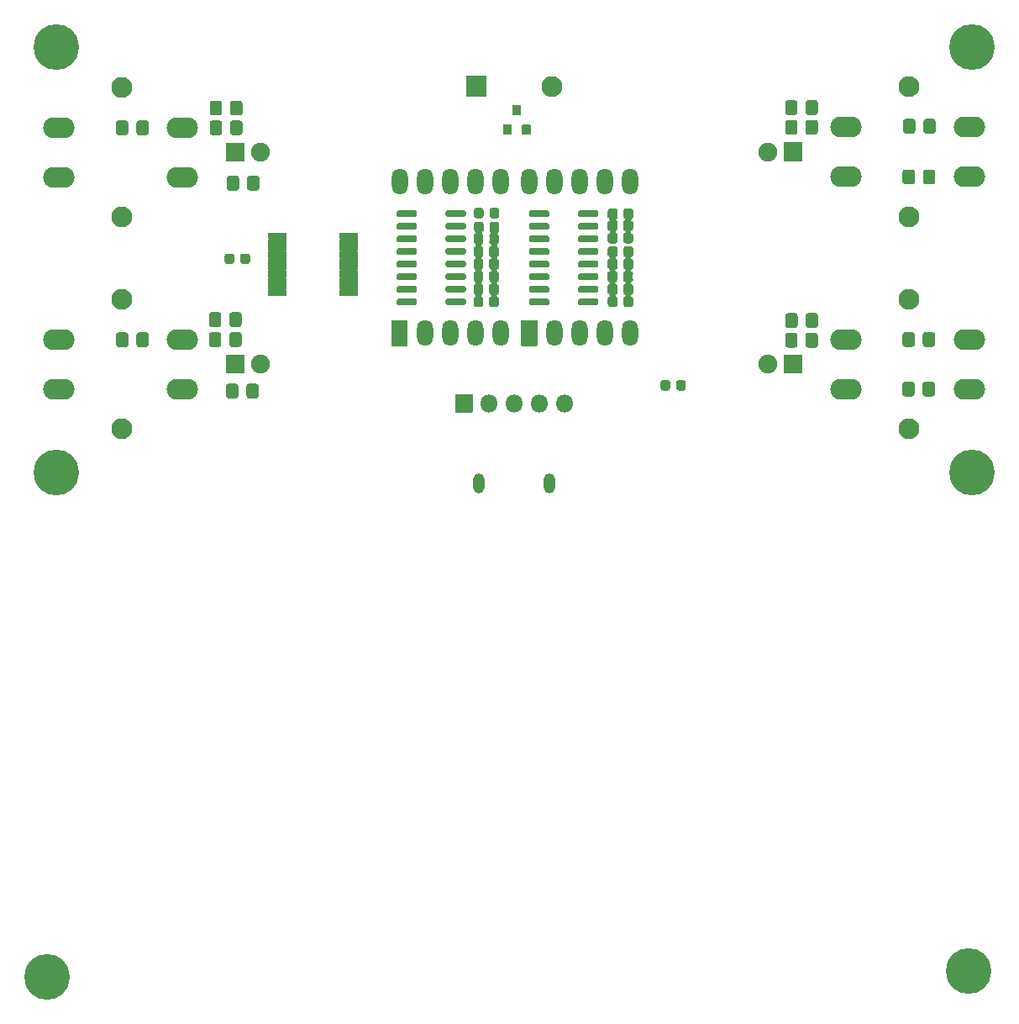
<source format=gbr>
G04 #@! TF.GenerationSoftware,KiCad,Pcbnew,(5.1.7)-1*
G04 #@! TF.CreationDate,2020-10-06T16:51:20+07:00*
G04 #@! TF.ProjectId,PIC16F1X_KIT2019,50494331-3646-4315-985f-4b4954323031,rev?*
G04 #@! TF.SameCoordinates,Original*
G04 #@! TF.FileFunction,Soldermask,Bot*
G04 #@! TF.FilePolarity,Negative*
%FSLAX46Y46*%
G04 Gerber Fmt 4.6, Leading zero omitted, Abs format (unit mm)*
G04 Created by KiCad (PCBNEW (5.1.7)-1) date 2020-10-06 16:51:20*
%MOMM*%
%LPD*%
G01*
G04 APERTURE LIST*
%ADD10C,4.602000*%
%ADD11O,1.802000X1.802000*%
%ADD12O,3.150000X2.102000*%
%ADD13C,2.102000*%
%ADD14O,1.626000X2.626000*%
%ADD15O,1.152000X2.002000*%
%ADD16C,1.902000*%
%ADD17C,0.100000*%
G04 APERTURE END LIST*
D10*
X115376960Y-115275360D03*
X22479000Y-115824000D03*
G36*
G01*
X109942520Y-34796692D02*
X109942520Y-35754348D01*
G75*
G02*
X109670348Y-36026520I-272172J0D01*
G01*
X108962692Y-36026520D01*
G75*
G02*
X108690520Y-35754348I0J272172D01*
G01*
X108690520Y-34796692D01*
G75*
G02*
X108962692Y-34524520I272172J0D01*
G01*
X109670348Y-34524520D01*
G75*
G02*
X109942520Y-34796692I0J-272172D01*
G01*
G37*
G36*
G01*
X111992520Y-34796692D02*
X111992520Y-35754348D01*
G75*
G02*
X111720348Y-36026520I-272172J0D01*
G01*
X111012692Y-36026520D01*
G75*
G02*
X110740520Y-35754348I0J272172D01*
G01*
X110740520Y-34796692D01*
G75*
G02*
X111012692Y-34524520I272172J0D01*
G01*
X111720348Y-34524520D01*
G75*
G02*
X111992520Y-34796692I0J-272172D01*
G01*
G37*
G36*
G01*
X109914360Y-56153012D02*
X109914360Y-57110668D01*
G75*
G02*
X109642188Y-57382840I-272172J0D01*
G01*
X108934532Y-57382840D01*
G75*
G02*
X108662360Y-57110668I0J272172D01*
G01*
X108662360Y-56153012D01*
G75*
G02*
X108934532Y-55880840I272172J0D01*
G01*
X109642188Y-55880840D01*
G75*
G02*
X109914360Y-56153012I0J-272172D01*
G01*
G37*
G36*
G01*
X111964360Y-56153012D02*
X111964360Y-57110668D01*
G75*
G02*
X111692188Y-57382840I-272172J0D01*
G01*
X110984532Y-57382840D01*
G75*
G02*
X110712360Y-57110668I0J272172D01*
G01*
X110712360Y-56153012D01*
G75*
G02*
X110984532Y-55880840I272172J0D01*
G01*
X111692188Y-55880840D01*
G75*
G02*
X111964360Y-56153012I0J-272172D01*
G01*
G37*
G36*
G01*
X42629040Y-36384268D02*
X42629040Y-35426612D01*
G75*
G02*
X42901212Y-35154440I272172J0D01*
G01*
X43608868Y-35154440D01*
G75*
G02*
X43881040Y-35426612I0J-272172D01*
G01*
X43881040Y-36384268D01*
G75*
G02*
X43608868Y-36656440I-272172J0D01*
G01*
X42901212Y-36656440D01*
G75*
G02*
X42629040Y-36384268I0J272172D01*
G01*
G37*
G36*
G01*
X40579040Y-36384268D02*
X40579040Y-35426612D01*
G75*
G02*
X40851212Y-35154440I272172J0D01*
G01*
X41558868Y-35154440D01*
G75*
G02*
X41831040Y-35426612I0J-272172D01*
G01*
X41831040Y-36384268D01*
G75*
G02*
X41558868Y-36656440I-272172J0D01*
G01*
X40851212Y-36656440D01*
G75*
G02*
X40579040Y-36384268I0J272172D01*
G01*
G37*
G36*
G01*
X42563000Y-57318948D02*
X42563000Y-56361292D01*
G75*
G02*
X42835172Y-56089120I272172J0D01*
G01*
X43542828Y-56089120D01*
G75*
G02*
X43815000Y-56361292I0J-272172D01*
G01*
X43815000Y-57318948D01*
G75*
G02*
X43542828Y-57591120I-272172J0D01*
G01*
X42835172Y-57591120D01*
G75*
G02*
X42563000Y-57318948I0J272172D01*
G01*
G37*
G36*
G01*
X40513000Y-57318948D02*
X40513000Y-56361292D01*
G75*
G02*
X40785172Y-56089120I272172J0D01*
G01*
X41492828Y-56089120D01*
G75*
G02*
X41765000Y-56361292I0J-272172D01*
G01*
X41765000Y-57318948D01*
G75*
G02*
X41492828Y-57591120I-272172J0D01*
G01*
X40785172Y-57591120D01*
G75*
G02*
X40513000Y-57318948I0J272172D01*
G01*
G37*
G36*
G01*
X30675360Y-51189852D02*
X30675360Y-52147508D01*
G75*
G02*
X30403188Y-52419680I-272172J0D01*
G01*
X29695532Y-52419680D01*
G75*
G02*
X29423360Y-52147508I0J272172D01*
G01*
X29423360Y-51189852D01*
G75*
G02*
X29695532Y-50917680I272172J0D01*
G01*
X30403188Y-50917680D01*
G75*
G02*
X30675360Y-51189852I0J-272172D01*
G01*
G37*
G36*
G01*
X32725360Y-51189852D02*
X32725360Y-52147508D01*
G75*
G02*
X32453188Y-52419680I-272172J0D01*
G01*
X31745532Y-52419680D01*
G75*
G02*
X31473360Y-52147508I0J272172D01*
G01*
X31473360Y-51189852D01*
G75*
G02*
X31745532Y-50917680I272172J0D01*
G01*
X32453188Y-50917680D01*
G75*
G02*
X32725360Y-51189852I0J-272172D01*
G01*
G37*
G36*
G01*
X109938600Y-51164452D02*
X109938600Y-52122108D01*
G75*
G02*
X109666428Y-52394280I-272172J0D01*
G01*
X108958772Y-52394280D01*
G75*
G02*
X108686600Y-52122108I0J272172D01*
G01*
X108686600Y-51164452D01*
G75*
G02*
X108958772Y-50892280I272172J0D01*
G01*
X109666428Y-50892280D01*
G75*
G02*
X109938600Y-51164452I0J-272172D01*
G01*
G37*
G36*
G01*
X111988600Y-51164452D02*
X111988600Y-52122108D01*
G75*
G02*
X111716428Y-52394280I-272172J0D01*
G01*
X111008772Y-52394280D01*
G75*
G02*
X110736600Y-52122108I0J272172D01*
G01*
X110736600Y-51164452D01*
G75*
G02*
X111008772Y-50892280I272172J0D01*
G01*
X111716428Y-50892280D01*
G75*
G02*
X111988600Y-51164452I0J-272172D01*
G01*
G37*
G36*
G01*
X109993320Y-29691292D02*
X109993320Y-30648948D01*
G75*
G02*
X109721148Y-30921120I-272172J0D01*
G01*
X109013492Y-30921120D01*
G75*
G02*
X108741320Y-30648948I0J272172D01*
G01*
X108741320Y-29691292D01*
G75*
G02*
X109013492Y-29419120I272172J0D01*
G01*
X109721148Y-29419120D01*
G75*
G02*
X109993320Y-29691292I0J-272172D01*
G01*
G37*
G36*
G01*
X112043320Y-29691292D02*
X112043320Y-30648948D01*
G75*
G02*
X111771148Y-30921120I-272172J0D01*
G01*
X111063492Y-30921120D01*
G75*
G02*
X110791320Y-30648948I0J272172D01*
G01*
X110791320Y-29691292D01*
G75*
G02*
X111063492Y-29419120I272172J0D01*
G01*
X111771148Y-29419120D01*
G75*
G02*
X112043320Y-29691292I0J-272172D01*
G01*
G37*
G36*
G01*
X30665200Y-29848772D02*
X30665200Y-30806428D01*
G75*
G02*
X30393028Y-31078600I-272172J0D01*
G01*
X29685372Y-31078600D01*
G75*
G02*
X29413200Y-30806428I0J272172D01*
G01*
X29413200Y-29848772D01*
G75*
G02*
X29685372Y-29576600I272172J0D01*
G01*
X30393028Y-29576600D01*
G75*
G02*
X30665200Y-29848772I0J-272172D01*
G01*
G37*
G36*
G01*
X32715200Y-29848772D02*
X32715200Y-30806428D01*
G75*
G02*
X32443028Y-31078600I-272172J0D01*
G01*
X31735372Y-31078600D01*
G75*
G02*
X31463200Y-30806428I0J272172D01*
G01*
X31463200Y-29848772D01*
G75*
G02*
X31735372Y-29576600I272172J0D01*
G01*
X32443028Y-29576600D01*
G75*
G02*
X32715200Y-29848772I0J-272172D01*
G01*
G37*
G36*
G01*
X98112360Y-27806612D02*
X98112360Y-28764268D01*
G75*
G02*
X97840188Y-29036440I-272172J0D01*
G01*
X97132532Y-29036440D01*
G75*
G02*
X96860360Y-28764268I0J272172D01*
G01*
X96860360Y-27806612D01*
G75*
G02*
X97132532Y-27534440I272172J0D01*
G01*
X97840188Y-27534440D01*
G75*
G02*
X98112360Y-27806612I0J-272172D01*
G01*
G37*
G36*
G01*
X100162360Y-27806612D02*
X100162360Y-28764268D01*
G75*
G02*
X99890188Y-29036440I-272172J0D01*
G01*
X99182532Y-29036440D01*
G75*
G02*
X98910360Y-28764268I0J272172D01*
G01*
X98910360Y-27806612D01*
G75*
G02*
X99182532Y-27534440I272172J0D01*
G01*
X99890188Y-27534440D01*
G75*
G02*
X100162360Y-27806612I0J-272172D01*
G01*
G37*
G36*
G01*
X98117440Y-29797972D02*
X98117440Y-30755628D01*
G75*
G02*
X97845268Y-31027800I-272172J0D01*
G01*
X97137612Y-31027800D01*
G75*
G02*
X96865440Y-30755628I0J272172D01*
G01*
X96865440Y-29797972D01*
G75*
G02*
X97137612Y-29525800I272172J0D01*
G01*
X97845268Y-29525800D01*
G75*
G02*
X98117440Y-29797972I0J-272172D01*
G01*
G37*
G36*
G01*
X100167440Y-29797972D02*
X100167440Y-30755628D01*
G75*
G02*
X99895268Y-31027800I-272172J0D01*
G01*
X99187612Y-31027800D01*
G75*
G02*
X98915440Y-30755628I0J272172D01*
G01*
X98915440Y-29797972D01*
G75*
G02*
X99187612Y-29525800I272172J0D01*
G01*
X99895268Y-29525800D01*
G75*
G02*
X100167440Y-29797972I0J-272172D01*
G01*
G37*
G36*
G01*
X100176440Y-49259452D02*
X100176440Y-50217108D01*
G75*
G02*
X99904268Y-50489280I-272172J0D01*
G01*
X99196612Y-50489280D01*
G75*
G02*
X98924440Y-50217108I0J272172D01*
G01*
X98924440Y-49259452D01*
G75*
G02*
X99196612Y-48987280I272172J0D01*
G01*
X99904268Y-48987280D01*
G75*
G02*
X100176440Y-49259452I0J-272172D01*
G01*
G37*
G36*
G01*
X98126440Y-49259452D02*
X98126440Y-50217108D01*
G75*
G02*
X97854268Y-50489280I-272172J0D01*
G01*
X97146612Y-50489280D01*
G75*
G02*
X96874440Y-50217108I0J272172D01*
G01*
X96874440Y-49259452D01*
G75*
G02*
X97146612Y-48987280I272172J0D01*
G01*
X97854268Y-48987280D01*
G75*
G02*
X98126440Y-49259452I0J-272172D01*
G01*
G37*
G36*
G01*
X98117440Y-51240652D02*
X98117440Y-52198308D01*
G75*
G02*
X97845268Y-52470480I-272172J0D01*
G01*
X97137612Y-52470480D01*
G75*
G02*
X96865440Y-52198308I0J272172D01*
G01*
X96865440Y-51240652D01*
G75*
G02*
X97137612Y-50968480I272172J0D01*
G01*
X97845268Y-50968480D01*
G75*
G02*
X98117440Y-51240652I0J-272172D01*
G01*
G37*
G36*
G01*
X100167440Y-51240652D02*
X100167440Y-52198308D01*
G75*
G02*
X99895268Y-52470480I-272172J0D01*
G01*
X99187612Y-52470480D01*
G75*
G02*
X98915440Y-52198308I0J272172D01*
G01*
X98915440Y-51240652D01*
G75*
G02*
X99187612Y-50968480I272172J0D01*
G01*
X99895268Y-50968480D01*
G75*
G02*
X100167440Y-51240652I0J-272172D01*
G01*
G37*
G36*
G01*
X38785800Y-50125668D02*
X38785800Y-49168012D01*
G75*
G02*
X39057972Y-48895840I272172J0D01*
G01*
X39765628Y-48895840D01*
G75*
G02*
X40037800Y-49168012I0J-272172D01*
G01*
X40037800Y-50125668D01*
G75*
G02*
X39765628Y-50397840I-272172J0D01*
G01*
X39057972Y-50397840D01*
G75*
G02*
X38785800Y-50125668I0J272172D01*
G01*
G37*
G36*
G01*
X40835800Y-50125668D02*
X40835800Y-49168012D01*
G75*
G02*
X41107972Y-48895840I272172J0D01*
G01*
X41815628Y-48895840D01*
G75*
G02*
X42087800Y-49168012I0J-272172D01*
G01*
X42087800Y-50125668D01*
G75*
G02*
X41815628Y-50397840I-272172J0D01*
G01*
X41107972Y-50397840D01*
G75*
G02*
X40835800Y-50125668I0J272172D01*
G01*
G37*
G36*
G01*
X40835800Y-52132268D02*
X40835800Y-51174612D01*
G75*
G02*
X41107972Y-50902440I272172J0D01*
G01*
X41815628Y-50902440D01*
G75*
G02*
X42087800Y-51174612I0J-272172D01*
G01*
X42087800Y-52132268D01*
G75*
G02*
X41815628Y-52404440I-272172J0D01*
G01*
X41107972Y-52404440D01*
G75*
G02*
X40835800Y-52132268I0J272172D01*
G01*
G37*
G36*
G01*
X38785800Y-52132268D02*
X38785800Y-51174612D01*
G75*
G02*
X39057972Y-50902440I272172J0D01*
G01*
X39765628Y-50902440D01*
G75*
G02*
X40037800Y-51174612I0J-272172D01*
G01*
X40037800Y-52132268D01*
G75*
G02*
X39765628Y-52404440I-272172J0D01*
G01*
X39057972Y-52404440D01*
G75*
G02*
X38785800Y-52132268I0J272172D01*
G01*
G37*
G36*
G01*
X38867080Y-28825228D02*
X38867080Y-27867572D01*
G75*
G02*
X39139252Y-27595400I272172J0D01*
G01*
X39846908Y-27595400D01*
G75*
G02*
X40119080Y-27867572I0J-272172D01*
G01*
X40119080Y-28825228D01*
G75*
G02*
X39846908Y-29097400I-272172J0D01*
G01*
X39139252Y-29097400D01*
G75*
G02*
X38867080Y-28825228I0J272172D01*
G01*
G37*
G36*
G01*
X40917080Y-28825228D02*
X40917080Y-27867572D01*
G75*
G02*
X41189252Y-27595400I272172J0D01*
G01*
X41896908Y-27595400D01*
G75*
G02*
X42169080Y-27867572I0J-272172D01*
G01*
X42169080Y-28825228D01*
G75*
G02*
X41896908Y-29097400I-272172J0D01*
G01*
X41189252Y-29097400D01*
G75*
G02*
X40917080Y-28825228I0J272172D01*
G01*
G37*
G36*
G01*
X40922160Y-30806428D02*
X40922160Y-29848772D01*
G75*
G02*
X41194332Y-29576600I272172J0D01*
G01*
X41901988Y-29576600D01*
G75*
G02*
X42174160Y-29848772I0J-272172D01*
G01*
X42174160Y-30806428D01*
G75*
G02*
X41901988Y-31078600I-272172J0D01*
G01*
X41194332Y-31078600D01*
G75*
G02*
X40922160Y-30806428I0J272172D01*
G01*
G37*
G36*
G01*
X38872160Y-30806428D02*
X38872160Y-29848772D01*
G75*
G02*
X39144332Y-29576600I272172J0D01*
G01*
X39851988Y-29576600D01*
G75*
G02*
X40124160Y-29848772I0J-272172D01*
G01*
X40124160Y-30806428D01*
G75*
G02*
X39851988Y-31078600I-272172J0D01*
G01*
X39144332Y-31078600D01*
G75*
G02*
X38872160Y-30806428I0J272172D01*
G01*
G37*
D11*
X74650600Y-58089800D03*
X72110600Y-58089800D03*
X69570600Y-58089800D03*
X67030600Y-58089800D03*
G36*
G01*
X63640600Y-57188800D02*
X65340600Y-57188800D01*
G75*
G02*
X65391600Y-57239800I0J-51000D01*
G01*
X65391600Y-58939800D01*
G75*
G02*
X65340600Y-58990800I-51000J0D01*
G01*
X63640600Y-58990800D01*
G75*
G02*
X63589600Y-58939800I0J51000D01*
G01*
X63589600Y-57239800D01*
G75*
G02*
X63640600Y-57188800I51000J0D01*
G01*
G37*
D12*
X115466520Y-51638200D03*
X115466520Y-56638200D03*
X102966520Y-51638200D03*
X102966520Y-56638200D03*
D13*
X109316520Y-47574200D03*
X109316520Y-60655200D03*
D12*
X36132160Y-51638200D03*
X36132160Y-56638200D03*
X23632160Y-51638200D03*
X23632160Y-56638200D03*
D13*
X29982160Y-47574200D03*
X29982160Y-60655200D03*
X109316520Y-39293800D03*
X109316520Y-26212800D03*
D12*
X102966520Y-35276800D03*
X102966520Y-30276800D03*
X115466520Y-35276800D03*
X115466520Y-30276800D03*
X36132160Y-30324333D03*
X36132160Y-35324333D03*
X23632160Y-30324333D03*
X23632160Y-35324333D03*
D13*
X29982160Y-26260333D03*
X29982160Y-39341333D03*
G36*
G01*
X79965100Y-41173190D02*
X79965100Y-41736690D01*
G75*
G02*
X79720850Y-41980940I-244250J0D01*
G01*
X79232350Y-41980940D01*
G75*
G02*
X78988100Y-41736690I0J244250D01*
G01*
X78988100Y-41173190D01*
G75*
G02*
X79232350Y-40928940I244250J0D01*
G01*
X79720850Y-40928940D01*
G75*
G02*
X79965100Y-41173190I0J-244250D01*
G01*
G37*
G36*
G01*
X81540100Y-41173190D02*
X81540100Y-41736690D01*
G75*
G02*
X81295850Y-41980940I-244250J0D01*
G01*
X80807350Y-41980940D01*
G75*
G02*
X80563100Y-41736690I0J244250D01*
G01*
X80563100Y-41173190D01*
G75*
G02*
X80807350Y-40928940I244250J0D01*
G01*
X81295850Y-40928940D01*
G75*
G02*
X81540100Y-41173190I0J-244250D01*
G01*
G37*
G36*
G01*
X41955000Y-43791950D02*
X41955000Y-43228450D01*
G75*
G02*
X42199250Y-42984200I244250J0D01*
G01*
X42687750Y-42984200D01*
G75*
G02*
X42932000Y-43228450I0J-244250D01*
G01*
X42932000Y-43791950D01*
G75*
G02*
X42687750Y-44036200I-244250J0D01*
G01*
X42199250Y-44036200D01*
G75*
G02*
X41955000Y-43791950I0J244250D01*
G01*
G37*
G36*
G01*
X40380000Y-43791950D02*
X40380000Y-43228450D01*
G75*
G02*
X40624250Y-42984200I244250J0D01*
G01*
X41112750Y-42984200D01*
G75*
G02*
X41357000Y-43228450I0J-244250D01*
G01*
X41357000Y-43791950D01*
G75*
G02*
X41112750Y-44036200I-244250J0D01*
G01*
X40624250Y-44036200D01*
G75*
G02*
X40380000Y-43791950I0J244250D01*
G01*
G37*
G36*
G01*
X66477600Y-38633190D02*
X66477600Y-39196690D01*
G75*
G02*
X66233350Y-39440940I-244250J0D01*
G01*
X65744850Y-39440940D01*
G75*
G02*
X65500600Y-39196690I0J244250D01*
G01*
X65500600Y-38633190D01*
G75*
G02*
X65744850Y-38388940I244250J0D01*
G01*
X66233350Y-38388940D01*
G75*
G02*
X66477600Y-38633190I0J-244250D01*
G01*
G37*
G36*
G01*
X68052600Y-38633190D02*
X68052600Y-39196690D01*
G75*
G02*
X67808350Y-39440940I-244250J0D01*
G01*
X67319850Y-39440940D01*
G75*
G02*
X67075600Y-39196690I0J244250D01*
G01*
X67075600Y-38633190D01*
G75*
G02*
X67319850Y-38388940I244250J0D01*
G01*
X67808350Y-38388940D01*
G75*
G02*
X68052600Y-38633190I0J-244250D01*
G01*
G37*
G36*
G01*
X66477600Y-40030190D02*
X66477600Y-40593690D01*
G75*
G02*
X66233350Y-40837940I-244250J0D01*
G01*
X65744850Y-40837940D01*
G75*
G02*
X65500600Y-40593690I0J244250D01*
G01*
X65500600Y-40030190D01*
G75*
G02*
X65744850Y-39785940I244250J0D01*
G01*
X66233350Y-39785940D01*
G75*
G02*
X66477600Y-40030190I0J-244250D01*
G01*
G37*
G36*
G01*
X68052600Y-40030190D02*
X68052600Y-40593690D01*
G75*
G02*
X67808350Y-40837940I-244250J0D01*
G01*
X67319850Y-40837940D01*
G75*
G02*
X67075600Y-40593690I0J244250D01*
G01*
X67075600Y-40030190D01*
G75*
G02*
X67319850Y-39785940I244250J0D01*
G01*
X67808350Y-39785940D01*
G75*
G02*
X68052600Y-40030190I0J-244250D01*
G01*
G37*
G36*
G01*
X66452200Y-41234550D02*
X66452200Y-41798050D01*
G75*
G02*
X66207950Y-42042300I-244250J0D01*
G01*
X65719450Y-42042300D01*
G75*
G02*
X65475200Y-41798050I0J244250D01*
G01*
X65475200Y-41234550D01*
G75*
G02*
X65719450Y-40990300I244250J0D01*
G01*
X66207950Y-40990300D01*
G75*
G02*
X66452200Y-41234550I0J-244250D01*
G01*
G37*
G36*
G01*
X68027200Y-41234550D02*
X68027200Y-41798050D01*
G75*
G02*
X67782950Y-42042300I-244250J0D01*
G01*
X67294450Y-42042300D01*
G75*
G02*
X67050200Y-41798050I0J244250D01*
G01*
X67050200Y-41234550D01*
G75*
G02*
X67294450Y-40990300I244250J0D01*
G01*
X67782950Y-40990300D01*
G75*
G02*
X68027200Y-41234550I0J-244250D01*
G01*
G37*
G36*
G01*
X66452100Y-42506690D02*
X66452100Y-43070190D01*
G75*
G02*
X66207850Y-43314440I-244250J0D01*
G01*
X65719350Y-43314440D01*
G75*
G02*
X65475100Y-43070190I0J244250D01*
G01*
X65475100Y-42506690D01*
G75*
G02*
X65719350Y-42262440I244250J0D01*
G01*
X66207850Y-42262440D01*
G75*
G02*
X66452100Y-42506690I0J-244250D01*
G01*
G37*
G36*
G01*
X68027100Y-42506690D02*
X68027100Y-43070190D01*
G75*
G02*
X67782850Y-43314440I-244250J0D01*
G01*
X67294350Y-43314440D01*
G75*
G02*
X67050100Y-43070190I0J244250D01*
G01*
X67050100Y-42506690D01*
G75*
G02*
X67294350Y-42262440I244250J0D01*
G01*
X67782850Y-42262440D01*
G75*
G02*
X68027100Y-42506690I0J-244250D01*
G01*
G37*
G36*
G01*
X66439600Y-43774550D02*
X66439600Y-44338050D01*
G75*
G02*
X66195350Y-44582300I-244250J0D01*
G01*
X65706850Y-44582300D01*
G75*
G02*
X65462600Y-44338050I0J244250D01*
G01*
X65462600Y-43774550D01*
G75*
G02*
X65706850Y-43530300I244250J0D01*
G01*
X66195350Y-43530300D01*
G75*
G02*
X66439600Y-43774550I0J-244250D01*
G01*
G37*
G36*
G01*
X68014600Y-43774550D02*
X68014600Y-44338050D01*
G75*
G02*
X67770350Y-44582300I-244250J0D01*
G01*
X67281850Y-44582300D01*
G75*
G02*
X67037600Y-44338050I0J244250D01*
G01*
X67037600Y-43774550D01*
G75*
G02*
X67281850Y-43530300I244250J0D01*
G01*
X67770350Y-43530300D01*
G75*
G02*
X68014600Y-43774550I0J-244250D01*
G01*
G37*
G36*
G01*
X66439500Y-45044550D02*
X66439500Y-45608050D01*
G75*
G02*
X66195250Y-45852300I-244250J0D01*
G01*
X65706750Y-45852300D01*
G75*
G02*
X65462500Y-45608050I0J244250D01*
G01*
X65462500Y-45044550D01*
G75*
G02*
X65706750Y-44800300I244250J0D01*
G01*
X66195250Y-44800300D01*
G75*
G02*
X66439500Y-45044550I0J-244250D01*
G01*
G37*
G36*
G01*
X68014500Y-45044550D02*
X68014500Y-45608050D01*
G75*
G02*
X67770250Y-45852300I-244250J0D01*
G01*
X67281750Y-45852300D01*
G75*
G02*
X67037500Y-45608050I0J244250D01*
G01*
X67037500Y-45044550D01*
G75*
G02*
X67281750Y-44800300I244250J0D01*
G01*
X67770250Y-44800300D01*
G75*
G02*
X68014500Y-45044550I0J-244250D01*
G01*
G37*
G36*
G01*
X66439500Y-46314550D02*
X66439500Y-46878050D01*
G75*
G02*
X66195250Y-47122300I-244250J0D01*
G01*
X65706750Y-47122300D01*
G75*
G02*
X65462500Y-46878050I0J244250D01*
G01*
X65462500Y-46314550D01*
G75*
G02*
X65706750Y-46070300I244250J0D01*
G01*
X66195250Y-46070300D01*
G75*
G02*
X66439500Y-46314550I0J-244250D01*
G01*
G37*
G36*
G01*
X68014500Y-46314550D02*
X68014500Y-46878050D01*
G75*
G02*
X67770250Y-47122300I-244250J0D01*
G01*
X67281750Y-47122300D01*
G75*
G02*
X67037500Y-46878050I0J244250D01*
G01*
X67037500Y-46314550D01*
G75*
G02*
X67281750Y-46070300I244250J0D01*
G01*
X67770250Y-46070300D01*
G75*
G02*
X68014500Y-46314550I0J-244250D01*
G01*
G37*
G36*
G01*
X66439600Y-47584550D02*
X66439600Y-48148050D01*
G75*
G02*
X66195350Y-48392300I-244250J0D01*
G01*
X65706850Y-48392300D01*
G75*
G02*
X65462600Y-48148050I0J244250D01*
G01*
X65462600Y-47584550D01*
G75*
G02*
X65706850Y-47340300I244250J0D01*
G01*
X66195350Y-47340300D01*
G75*
G02*
X66439600Y-47584550I0J-244250D01*
G01*
G37*
G36*
G01*
X68014600Y-47584550D02*
X68014600Y-48148050D01*
G75*
G02*
X67770350Y-48392300I-244250J0D01*
G01*
X67281850Y-48392300D01*
G75*
G02*
X67037600Y-48148050I0J244250D01*
G01*
X67037600Y-47584550D01*
G75*
G02*
X67281850Y-47340300I244250J0D01*
G01*
X67770350Y-47340300D01*
G75*
G02*
X68014600Y-47584550I0J-244250D01*
G01*
G37*
G36*
G01*
X79965000Y-38681850D02*
X79965000Y-39245350D01*
G75*
G02*
X79720750Y-39489600I-244250J0D01*
G01*
X79232250Y-39489600D01*
G75*
G02*
X78988000Y-39245350I0J244250D01*
G01*
X78988000Y-38681850D01*
G75*
G02*
X79232250Y-38437600I244250J0D01*
G01*
X79720750Y-38437600D01*
G75*
G02*
X79965000Y-38681850I0J-244250D01*
G01*
G37*
G36*
G01*
X81540000Y-38681850D02*
X81540000Y-39245350D01*
G75*
G02*
X81295750Y-39489600I-244250J0D01*
G01*
X80807250Y-39489600D01*
G75*
G02*
X80563000Y-39245350I0J244250D01*
G01*
X80563000Y-38681850D01*
G75*
G02*
X80807250Y-38437600I244250J0D01*
G01*
X81295750Y-38437600D01*
G75*
G02*
X81540000Y-38681850I0J-244250D01*
G01*
G37*
G36*
G01*
X79965100Y-39903190D02*
X79965100Y-40466690D01*
G75*
G02*
X79720850Y-40710940I-244250J0D01*
G01*
X79232350Y-40710940D01*
G75*
G02*
X78988100Y-40466690I0J244250D01*
G01*
X78988100Y-39903190D01*
G75*
G02*
X79232350Y-39658940I244250J0D01*
G01*
X79720850Y-39658940D01*
G75*
G02*
X79965100Y-39903190I0J-244250D01*
G01*
G37*
G36*
G01*
X81540100Y-39903190D02*
X81540100Y-40466690D01*
G75*
G02*
X81295850Y-40710940I-244250J0D01*
G01*
X80807350Y-40710940D01*
G75*
G02*
X80563100Y-40466690I0J244250D01*
G01*
X80563100Y-39903190D01*
G75*
G02*
X80807350Y-39658940I244250J0D01*
G01*
X81295850Y-39658940D01*
G75*
G02*
X81540100Y-39903190I0J-244250D01*
G01*
G37*
G36*
G01*
X79965000Y-42491850D02*
X79965000Y-43055350D01*
G75*
G02*
X79720750Y-43299600I-244250J0D01*
G01*
X79232250Y-43299600D01*
G75*
G02*
X78988000Y-43055350I0J244250D01*
G01*
X78988000Y-42491850D01*
G75*
G02*
X79232250Y-42247600I244250J0D01*
G01*
X79720750Y-42247600D01*
G75*
G02*
X79965000Y-42491850I0J-244250D01*
G01*
G37*
G36*
G01*
X81540000Y-42491850D02*
X81540000Y-43055350D01*
G75*
G02*
X81295750Y-43299600I-244250J0D01*
G01*
X80807250Y-43299600D01*
G75*
G02*
X80563000Y-43055350I0J244250D01*
G01*
X80563000Y-42491850D01*
G75*
G02*
X80807250Y-42247600I244250J0D01*
G01*
X81295750Y-42247600D01*
G75*
G02*
X81540000Y-42491850I0J-244250D01*
G01*
G37*
G36*
G01*
X79965000Y-43761850D02*
X79965000Y-44325350D01*
G75*
G02*
X79720750Y-44569600I-244250J0D01*
G01*
X79232250Y-44569600D01*
G75*
G02*
X78988000Y-44325350I0J244250D01*
G01*
X78988000Y-43761850D01*
G75*
G02*
X79232250Y-43517600I244250J0D01*
G01*
X79720750Y-43517600D01*
G75*
G02*
X79965000Y-43761850I0J-244250D01*
G01*
G37*
G36*
G01*
X81540000Y-43761850D02*
X81540000Y-44325350D01*
G75*
G02*
X81295750Y-44569600I-244250J0D01*
G01*
X80807250Y-44569600D01*
G75*
G02*
X80563000Y-44325350I0J244250D01*
G01*
X80563000Y-43761850D01*
G75*
G02*
X80807250Y-43517600I244250J0D01*
G01*
X81295750Y-43517600D01*
G75*
G02*
X81540000Y-43761850I0J-244250D01*
G01*
G37*
G36*
G01*
X79952400Y-45031850D02*
X79952400Y-45595350D01*
G75*
G02*
X79708150Y-45839600I-244250J0D01*
G01*
X79219650Y-45839600D01*
G75*
G02*
X78975400Y-45595350I0J244250D01*
G01*
X78975400Y-45031850D01*
G75*
G02*
X79219650Y-44787600I244250J0D01*
G01*
X79708150Y-44787600D01*
G75*
G02*
X79952400Y-45031850I0J-244250D01*
G01*
G37*
G36*
G01*
X81527400Y-45031850D02*
X81527400Y-45595350D01*
G75*
G02*
X81283150Y-45839600I-244250J0D01*
G01*
X80794650Y-45839600D01*
G75*
G02*
X80550400Y-45595350I0J244250D01*
G01*
X80550400Y-45031850D01*
G75*
G02*
X80794650Y-44787600I244250J0D01*
G01*
X81283150Y-44787600D01*
G75*
G02*
X81527400Y-45031850I0J-244250D01*
G01*
G37*
G36*
G01*
X79965000Y-46301850D02*
X79965000Y-46865350D01*
G75*
G02*
X79720750Y-47109600I-244250J0D01*
G01*
X79232250Y-47109600D01*
G75*
G02*
X78988000Y-46865350I0J244250D01*
G01*
X78988000Y-46301850D01*
G75*
G02*
X79232250Y-46057600I244250J0D01*
G01*
X79720750Y-46057600D01*
G75*
G02*
X79965000Y-46301850I0J-244250D01*
G01*
G37*
G36*
G01*
X81540000Y-46301850D02*
X81540000Y-46865350D01*
G75*
G02*
X81295750Y-47109600I-244250J0D01*
G01*
X80807250Y-47109600D01*
G75*
G02*
X80563000Y-46865350I0J244250D01*
G01*
X80563000Y-46301850D01*
G75*
G02*
X80807250Y-46057600I244250J0D01*
G01*
X81295750Y-46057600D01*
G75*
G02*
X81540000Y-46301850I0J-244250D01*
G01*
G37*
G36*
G01*
X79965000Y-47571850D02*
X79965000Y-48135350D01*
G75*
G02*
X79720750Y-48379600I-244250J0D01*
G01*
X79232250Y-48379600D01*
G75*
G02*
X78988000Y-48135350I0J244250D01*
G01*
X78988000Y-47571850D01*
G75*
G02*
X79232250Y-47327600I244250J0D01*
G01*
X79720750Y-47327600D01*
G75*
G02*
X79965000Y-47571850I0J-244250D01*
G01*
G37*
G36*
G01*
X81540000Y-47571850D02*
X81540000Y-48135350D01*
G75*
G02*
X81295750Y-48379600I-244250J0D01*
G01*
X80807250Y-48379600D01*
G75*
G02*
X80563000Y-48135350I0J244250D01*
G01*
X80563000Y-47571850D01*
G75*
G02*
X80807250Y-47327600I244250J0D01*
G01*
X81295750Y-47327600D01*
G75*
G02*
X81540000Y-47571850I0J-244250D01*
G01*
G37*
G36*
G01*
X85279750Y-55979250D02*
X85279750Y-56542750D01*
G75*
G02*
X85035500Y-56787000I-244250J0D01*
G01*
X84547000Y-56787000D01*
G75*
G02*
X84302750Y-56542750I0J244250D01*
G01*
X84302750Y-55979250D01*
G75*
G02*
X84547000Y-55735000I244250J0D01*
G01*
X85035500Y-55735000D01*
G75*
G02*
X85279750Y-55979250I0J-244250D01*
G01*
G37*
G36*
G01*
X86854750Y-55979250D02*
X86854750Y-56542750D01*
G75*
G02*
X86610500Y-56787000I-244250J0D01*
G01*
X86122000Y-56787000D01*
G75*
G02*
X85877750Y-56542750I0J244250D01*
G01*
X85877750Y-55979250D01*
G75*
G02*
X86122000Y-55735000I244250J0D01*
G01*
X86610500Y-55735000D01*
G75*
G02*
X86854750Y-55979250I0J-244250D01*
G01*
G37*
D10*
X115697000Y-65024000D03*
X23368000Y-22225000D03*
X23368000Y-65024000D03*
X115697000Y-22225000D03*
G36*
G01*
X64681500Y-27162000D02*
X64681500Y-25162000D01*
G75*
G02*
X64732500Y-25111000I51000J0D01*
G01*
X66732500Y-25111000D01*
G75*
G02*
X66783500Y-25162000I0J-51000D01*
G01*
X66783500Y-27162000D01*
G75*
G02*
X66732500Y-27213000I-51000J0D01*
G01*
X64732500Y-27213000D01*
G75*
G02*
X64681500Y-27162000I0J51000D01*
G01*
G37*
D13*
X73332500Y-26162000D03*
G36*
G01*
X71161900Y-31028500D02*
X70361900Y-31028500D01*
G75*
G02*
X70310900Y-30977500I0J51000D01*
G01*
X70310900Y-30077500D01*
G75*
G02*
X70361900Y-30026500I51000J0D01*
G01*
X71161900Y-30026500D01*
G75*
G02*
X71212900Y-30077500I0J-51000D01*
G01*
X71212900Y-30977500D01*
G75*
G02*
X71161900Y-31028500I-51000J0D01*
G01*
G37*
G36*
G01*
X69261900Y-31028500D02*
X68461900Y-31028500D01*
G75*
G02*
X68410900Y-30977500I0J51000D01*
G01*
X68410900Y-30077500D01*
G75*
G02*
X68461900Y-30026500I51000J0D01*
G01*
X69261900Y-30026500D01*
G75*
G02*
X69312900Y-30077500I0J-51000D01*
G01*
X69312900Y-30977500D01*
G75*
G02*
X69261900Y-31028500I-51000J0D01*
G01*
G37*
G36*
G01*
X70211900Y-29028500D02*
X69411900Y-29028500D01*
G75*
G02*
X69360900Y-28977500I0J51000D01*
G01*
X69360900Y-28077500D01*
G75*
G02*
X69411900Y-28026500I51000J0D01*
G01*
X70211900Y-28026500D01*
G75*
G02*
X70262900Y-28077500I0J-51000D01*
G01*
X70262900Y-28977500D01*
G75*
G02*
X70211900Y-29028500I-51000J0D01*
G01*
G37*
G36*
G01*
X44750000Y-47231700D02*
X44750000Y-46781700D01*
G75*
G02*
X44801000Y-46730700I51000J0D01*
G01*
X46551000Y-46730700D01*
G75*
G02*
X46602000Y-46781700I0J-51000D01*
G01*
X46602000Y-47231700D01*
G75*
G02*
X46551000Y-47282700I-51000J0D01*
G01*
X44801000Y-47282700D01*
G75*
G02*
X44750000Y-47231700I0J51000D01*
G01*
G37*
G36*
G01*
X44750000Y-46581700D02*
X44750000Y-46131700D01*
G75*
G02*
X44801000Y-46080700I51000J0D01*
G01*
X46551000Y-46080700D01*
G75*
G02*
X46602000Y-46131700I0J-51000D01*
G01*
X46602000Y-46581700D01*
G75*
G02*
X46551000Y-46632700I-51000J0D01*
G01*
X44801000Y-46632700D01*
G75*
G02*
X44750000Y-46581700I0J51000D01*
G01*
G37*
G36*
G01*
X44750000Y-45931700D02*
X44750000Y-45481700D01*
G75*
G02*
X44801000Y-45430700I51000J0D01*
G01*
X46551000Y-45430700D01*
G75*
G02*
X46602000Y-45481700I0J-51000D01*
G01*
X46602000Y-45931700D01*
G75*
G02*
X46551000Y-45982700I-51000J0D01*
G01*
X44801000Y-45982700D01*
G75*
G02*
X44750000Y-45931700I0J51000D01*
G01*
G37*
G36*
G01*
X44750000Y-45281700D02*
X44750000Y-44831700D01*
G75*
G02*
X44801000Y-44780700I51000J0D01*
G01*
X46551000Y-44780700D01*
G75*
G02*
X46602000Y-44831700I0J-51000D01*
G01*
X46602000Y-45281700D01*
G75*
G02*
X46551000Y-45332700I-51000J0D01*
G01*
X44801000Y-45332700D01*
G75*
G02*
X44750000Y-45281700I0J51000D01*
G01*
G37*
G36*
G01*
X44750000Y-44631700D02*
X44750000Y-44181700D01*
G75*
G02*
X44801000Y-44130700I51000J0D01*
G01*
X46551000Y-44130700D01*
G75*
G02*
X46602000Y-44181700I0J-51000D01*
G01*
X46602000Y-44631700D01*
G75*
G02*
X46551000Y-44682700I-51000J0D01*
G01*
X44801000Y-44682700D01*
G75*
G02*
X44750000Y-44631700I0J51000D01*
G01*
G37*
G36*
G01*
X44750000Y-43981700D02*
X44750000Y-43531700D01*
G75*
G02*
X44801000Y-43480700I51000J0D01*
G01*
X46551000Y-43480700D01*
G75*
G02*
X46602000Y-43531700I0J-51000D01*
G01*
X46602000Y-43981700D01*
G75*
G02*
X46551000Y-44032700I-51000J0D01*
G01*
X44801000Y-44032700D01*
G75*
G02*
X44750000Y-43981700I0J51000D01*
G01*
G37*
G36*
G01*
X44750000Y-43331700D02*
X44750000Y-42881700D01*
G75*
G02*
X44801000Y-42830700I51000J0D01*
G01*
X46551000Y-42830700D01*
G75*
G02*
X46602000Y-42881700I0J-51000D01*
G01*
X46602000Y-43331700D01*
G75*
G02*
X46551000Y-43382700I-51000J0D01*
G01*
X44801000Y-43382700D01*
G75*
G02*
X44750000Y-43331700I0J51000D01*
G01*
G37*
G36*
G01*
X44750000Y-42681700D02*
X44750000Y-42231700D01*
G75*
G02*
X44801000Y-42180700I51000J0D01*
G01*
X46551000Y-42180700D01*
G75*
G02*
X46602000Y-42231700I0J-51000D01*
G01*
X46602000Y-42681700D01*
G75*
G02*
X46551000Y-42732700I-51000J0D01*
G01*
X44801000Y-42732700D01*
G75*
G02*
X44750000Y-42681700I0J51000D01*
G01*
G37*
G36*
G01*
X44750000Y-42031700D02*
X44750000Y-41581700D01*
G75*
G02*
X44801000Y-41530700I51000J0D01*
G01*
X46551000Y-41530700D01*
G75*
G02*
X46602000Y-41581700I0J-51000D01*
G01*
X46602000Y-42031700D01*
G75*
G02*
X46551000Y-42082700I-51000J0D01*
G01*
X44801000Y-42082700D01*
G75*
G02*
X44750000Y-42031700I0J51000D01*
G01*
G37*
G36*
G01*
X44750000Y-41381700D02*
X44750000Y-40931700D01*
G75*
G02*
X44801000Y-40880700I51000J0D01*
G01*
X46551000Y-40880700D01*
G75*
G02*
X46602000Y-40931700I0J-51000D01*
G01*
X46602000Y-41381700D01*
G75*
G02*
X46551000Y-41432700I-51000J0D01*
G01*
X44801000Y-41432700D01*
G75*
G02*
X44750000Y-41381700I0J51000D01*
G01*
G37*
G36*
G01*
X51950000Y-41381700D02*
X51950000Y-40931700D01*
G75*
G02*
X52001000Y-40880700I51000J0D01*
G01*
X53751000Y-40880700D01*
G75*
G02*
X53802000Y-40931700I0J-51000D01*
G01*
X53802000Y-41381700D01*
G75*
G02*
X53751000Y-41432700I-51000J0D01*
G01*
X52001000Y-41432700D01*
G75*
G02*
X51950000Y-41381700I0J51000D01*
G01*
G37*
G36*
G01*
X51950000Y-42031700D02*
X51950000Y-41581700D01*
G75*
G02*
X52001000Y-41530700I51000J0D01*
G01*
X53751000Y-41530700D01*
G75*
G02*
X53802000Y-41581700I0J-51000D01*
G01*
X53802000Y-42031700D01*
G75*
G02*
X53751000Y-42082700I-51000J0D01*
G01*
X52001000Y-42082700D01*
G75*
G02*
X51950000Y-42031700I0J51000D01*
G01*
G37*
G36*
G01*
X51950000Y-42681700D02*
X51950000Y-42231700D01*
G75*
G02*
X52001000Y-42180700I51000J0D01*
G01*
X53751000Y-42180700D01*
G75*
G02*
X53802000Y-42231700I0J-51000D01*
G01*
X53802000Y-42681700D01*
G75*
G02*
X53751000Y-42732700I-51000J0D01*
G01*
X52001000Y-42732700D01*
G75*
G02*
X51950000Y-42681700I0J51000D01*
G01*
G37*
G36*
G01*
X51950000Y-43331700D02*
X51950000Y-42881700D01*
G75*
G02*
X52001000Y-42830700I51000J0D01*
G01*
X53751000Y-42830700D01*
G75*
G02*
X53802000Y-42881700I0J-51000D01*
G01*
X53802000Y-43331700D01*
G75*
G02*
X53751000Y-43382700I-51000J0D01*
G01*
X52001000Y-43382700D01*
G75*
G02*
X51950000Y-43331700I0J51000D01*
G01*
G37*
G36*
G01*
X51950000Y-43981700D02*
X51950000Y-43531700D01*
G75*
G02*
X52001000Y-43480700I51000J0D01*
G01*
X53751000Y-43480700D01*
G75*
G02*
X53802000Y-43531700I0J-51000D01*
G01*
X53802000Y-43981700D01*
G75*
G02*
X53751000Y-44032700I-51000J0D01*
G01*
X52001000Y-44032700D01*
G75*
G02*
X51950000Y-43981700I0J51000D01*
G01*
G37*
G36*
G01*
X51950000Y-44631700D02*
X51950000Y-44181700D01*
G75*
G02*
X52001000Y-44130700I51000J0D01*
G01*
X53751000Y-44130700D01*
G75*
G02*
X53802000Y-44181700I0J-51000D01*
G01*
X53802000Y-44631700D01*
G75*
G02*
X53751000Y-44682700I-51000J0D01*
G01*
X52001000Y-44682700D01*
G75*
G02*
X51950000Y-44631700I0J51000D01*
G01*
G37*
G36*
G01*
X51950000Y-45281700D02*
X51950000Y-44831700D01*
G75*
G02*
X52001000Y-44780700I51000J0D01*
G01*
X53751000Y-44780700D01*
G75*
G02*
X53802000Y-44831700I0J-51000D01*
G01*
X53802000Y-45281700D01*
G75*
G02*
X53751000Y-45332700I-51000J0D01*
G01*
X52001000Y-45332700D01*
G75*
G02*
X51950000Y-45281700I0J51000D01*
G01*
G37*
G36*
G01*
X51950000Y-45931700D02*
X51950000Y-45481700D01*
G75*
G02*
X52001000Y-45430700I51000J0D01*
G01*
X53751000Y-45430700D01*
G75*
G02*
X53802000Y-45481700I0J-51000D01*
G01*
X53802000Y-45931700D01*
G75*
G02*
X53751000Y-45982700I-51000J0D01*
G01*
X52001000Y-45982700D01*
G75*
G02*
X51950000Y-45931700I0J51000D01*
G01*
G37*
G36*
G01*
X51950000Y-46581700D02*
X51950000Y-46131700D01*
G75*
G02*
X52001000Y-46080700I51000J0D01*
G01*
X53751000Y-46080700D01*
G75*
G02*
X53802000Y-46131700I0J-51000D01*
G01*
X53802000Y-46581700D01*
G75*
G02*
X53751000Y-46632700I-51000J0D01*
G01*
X52001000Y-46632700D01*
G75*
G02*
X51950000Y-46581700I0J51000D01*
G01*
G37*
G36*
G01*
X51950000Y-47231700D02*
X51950000Y-46781700D01*
G75*
G02*
X52001000Y-46730700I51000J0D01*
G01*
X53751000Y-46730700D01*
G75*
G02*
X53802000Y-46781700I0J-51000D01*
G01*
X53802000Y-47231700D01*
G75*
G02*
X53751000Y-47282700I-51000J0D01*
G01*
X52001000Y-47282700D01*
G75*
G02*
X51950000Y-47231700I0J51000D01*
G01*
G37*
G36*
G01*
X59739600Y-38800800D02*
X59739600Y-39151800D01*
G75*
G02*
X59564100Y-39327300I-175500J0D01*
G01*
X57863100Y-39327300D01*
G75*
G02*
X57687600Y-39151800I0J175500D01*
G01*
X57687600Y-38800800D01*
G75*
G02*
X57863100Y-38625300I175500J0D01*
G01*
X59564100Y-38625300D01*
G75*
G02*
X59739600Y-38800800I0J-175500D01*
G01*
G37*
G36*
G01*
X59739600Y-40070800D02*
X59739600Y-40421800D01*
G75*
G02*
X59564100Y-40597300I-175500J0D01*
G01*
X57863100Y-40597300D01*
G75*
G02*
X57687600Y-40421800I0J175500D01*
G01*
X57687600Y-40070800D01*
G75*
G02*
X57863100Y-39895300I175500J0D01*
G01*
X59564100Y-39895300D01*
G75*
G02*
X59739600Y-40070800I0J-175500D01*
G01*
G37*
G36*
G01*
X59739600Y-41340800D02*
X59739600Y-41691800D01*
G75*
G02*
X59564100Y-41867300I-175500J0D01*
G01*
X57863100Y-41867300D01*
G75*
G02*
X57687600Y-41691800I0J175500D01*
G01*
X57687600Y-41340800D01*
G75*
G02*
X57863100Y-41165300I175500J0D01*
G01*
X59564100Y-41165300D01*
G75*
G02*
X59739600Y-41340800I0J-175500D01*
G01*
G37*
G36*
G01*
X59739600Y-42610800D02*
X59739600Y-42961800D01*
G75*
G02*
X59564100Y-43137300I-175500J0D01*
G01*
X57863100Y-43137300D01*
G75*
G02*
X57687600Y-42961800I0J175500D01*
G01*
X57687600Y-42610800D01*
G75*
G02*
X57863100Y-42435300I175500J0D01*
G01*
X59564100Y-42435300D01*
G75*
G02*
X59739600Y-42610800I0J-175500D01*
G01*
G37*
G36*
G01*
X59739600Y-43880800D02*
X59739600Y-44231800D01*
G75*
G02*
X59564100Y-44407300I-175500J0D01*
G01*
X57863100Y-44407300D01*
G75*
G02*
X57687600Y-44231800I0J175500D01*
G01*
X57687600Y-43880800D01*
G75*
G02*
X57863100Y-43705300I175500J0D01*
G01*
X59564100Y-43705300D01*
G75*
G02*
X59739600Y-43880800I0J-175500D01*
G01*
G37*
G36*
G01*
X59739600Y-45150800D02*
X59739600Y-45501800D01*
G75*
G02*
X59564100Y-45677300I-175500J0D01*
G01*
X57863100Y-45677300D01*
G75*
G02*
X57687600Y-45501800I0J175500D01*
G01*
X57687600Y-45150800D01*
G75*
G02*
X57863100Y-44975300I175500J0D01*
G01*
X59564100Y-44975300D01*
G75*
G02*
X59739600Y-45150800I0J-175500D01*
G01*
G37*
G36*
G01*
X59739600Y-46420800D02*
X59739600Y-46771800D01*
G75*
G02*
X59564100Y-46947300I-175500J0D01*
G01*
X57863100Y-46947300D01*
G75*
G02*
X57687600Y-46771800I0J175500D01*
G01*
X57687600Y-46420800D01*
G75*
G02*
X57863100Y-46245300I175500J0D01*
G01*
X59564100Y-46245300D01*
G75*
G02*
X59739600Y-46420800I0J-175500D01*
G01*
G37*
G36*
G01*
X59739600Y-47690800D02*
X59739600Y-48041800D01*
G75*
G02*
X59564100Y-48217300I-175500J0D01*
G01*
X57863100Y-48217300D01*
G75*
G02*
X57687600Y-48041800I0J175500D01*
G01*
X57687600Y-47690800D01*
G75*
G02*
X57863100Y-47515300I175500J0D01*
G01*
X59564100Y-47515300D01*
G75*
G02*
X59739600Y-47690800I0J-175500D01*
G01*
G37*
G36*
G01*
X64689600Y-47690800D02*
X64689600Y-48041800D01*
G75*
G02*
X64514100Y-48217300I-175500J0D01*
G01*
X62813100Y-48217300D01*
G75*
G02*
X62637600Y-48041800I0J175500D01*
G01*
X62637600Y-47690800D01*
G75*
G02*
X62813100Y-47515300I175500J0D01*
G01*
X64514100Y-47515300D01*
G75*
G02*
X64689600Y-47690800I0J-175500D01*
G01*
G37*
G36*
G01*
X64689600Y-46420800D02*
X64689600Y-46771800D01*
G75*
G02*
X64514100Y-46947300I-175500J0D01*
G01*
X62813100Y-46947300D01*
G75*
G02*
X62637600Y-46771800I0J175500D01*
G01*
X62637600Y-46420800D01*
G75*
G02*
X62813100Y-46245300I175500J0D01*
G01*
X64514100Y-46245300D01*
G75*
G02*
X64689600Y-46420800I0J-175500D01*
G01*
G37*
G36*
G01*
X64689600Y-45150800D02*
X64689600Y-45501800D01*
G75*
G02*
X64514100Y-45677300I-175500J0D01*
G01*
X62813100Y-45677300D01*
G75*
G02*
X62637600Y-45501800I0J175500D01*
G01*
X62637600Y-45150800D01*
G75*
G02*
X62813100Y-44975300I175500J0D01*
G01*
X64514100Y-44975300D01*
G75*
G02*
X64689600Y-45150800I0J-175500D01*
G01*
G37*
G36*
G01*
X64689600Y-43880800D02*
X64689600Y-44231800D01*
G75*
G02*
X64514100Y-44407300I-175500J0D01*
G01*
X62813100Y-44407300D01*
G75*
G02*
X62637600Y-44231800I0J175500D01*
G01*
X62637600Y-43880800D01*
G75*
G02*
X62813100Y-43705300I175500J0D01*
G01*
X64514100Y-43705300D01*
G75*
G02*
X64689600Y-43880800I0J-175500D01*
G01*
G37*
G36*
G01*
X64689600Y-42610800D02*
X64689600Y-42961800D01*
G75*
G02*
X64514100Y-43137300I-175500J0D01*
G01*
X62813100Y-43137300D01*
G75*
G02*
X62637600Y-42961800I0J175500D01*
G01*
X62637600Y-42610800D01*
G75*
G02*
X62813100Y-42435300I175500J0D01*
G01*
X64514100Y-42435300D01*
G75*
G02*
X64689600Y-42610800I0J-175500D01*
G01*
G37*
G36*
G01*
X64689600Y-41340800D02*
X64689600Y-41691800D01*
G75*
G02*
X64514100Y-41867300I-175500J0D01*
G01*
X62813100Y-41867300D01*
G75*
G02*
X62637600Y-41691800I0J175500D01*
G01*
X62637600Y-41340800D01*
G75*
G02*
X62813100Y-41165300I175500J0D01*
G01*
X64514100Y-41165300D01*
G75*
G02*
X64689600Y-41340800I0J-175500D01*
G01*
G37*
G36*
G01*
X64689600Y-40070800D02*
X64689600Y-40421800D01*
G75*
G02*
X64514100Y-40597300I-175500J0D01*
G01*
X62813100Y-40597300D01*
G75*
G02*
X62637600Y-40421800I0J175500D01*
G01*
X62637600Y-40070800D01*
G75*
G02*
X62813100Y-39895300I175500J0D01*
G01*
X64514100Y-39895300D01*
G75*
G02*
X64689600Y-40070800I0J-175500D01*
G01*
G37*
G36*
G01*
X64689600Y-38800800D02*
X64689600Y-39151800D01*
G75*
G02*
X64514100Y-39327300I-175500J0D01*
G01*
X62813100Y-39327300D01*
G75*
G02*
X62637600Y-39151800I0J175500D01*
G01*
X62637600Y-38800800D01*
G75*
G02*
X62813100Y-38625300I175500J0D01*
G01*
X64514100Y-38625300D01*
G75*
G02*
X64689600Y-38800800I0J-175500D01*
G01*
G37*
D14*
X58013600Y-35775900D03*
X60553600Y-35775900D03*
X63093600Y-35775900D03*
X65633600Y-35775900D03*
X68173600Y-35775900D03*
X68173600Y-51015900D03*
X65633600Y-51015900D03*
X63093600Y-51015900D03*
X60553600Y-51015900D03*
G36*
G01*
X57200600Y-52277900D02*
X57200600Y-49753900D01*
G75*
G02*
X57251600Y-49702900I51000J0D01*
G01*
X58775600Y-49702900D01*
G75*
G02*
X58826600Y-49753900I0J-51000D01*
G01*
X58826600Y-52277900D01*
G75*
G02*
X58775600Y-52328900I-51000J0D01*
G01*
X57251600Y-52328900D01*
G75*
G02*
X57200600Y-52277900I0J51000D01*
G01*
G37*
G36*
G01*
X78050000Y-38800800D02*
X78050000Y-39151800D01*
G75*
G02*
X77874500Y-39327300I-175500J0D01*
G01*
X76173500Y-39327300D01*
G75*
G02*
X75998000Y-39151800I0J175500D01*
G01*
X75998000Y-38800800D01*
G75*
G02*
X76173500Y-38625300I175500J0D01*
G01*
X77874500Y-38625300D01*
G75*
G02*
X78050000Y-38800800I0J-175500D01*
G01*
G37*
G36*
G01*
X78050000Y-40070800D02*
X78050000Y-40421800D01*
G75*
G02*
X77874500Y-40597300I-175500J0D01*
G01*
X76173500Y-40597300D01*
G75*
G02*
X75998000Y-40421800I0J175500D01*
G01*
X75998000Y-40070800D01*
G75*
G02*
X76173500Y-39895300I175500J0D01*
G01*
X77874500Y-39895300D01*
G75*
G02*
X78050000Y-40070800I0J-175500D01*
G01*
G37*
G36*
G01*
X78050000Y-41340800D02*
X78050000Y-41691800D01*
G75*
G02*
X77874500Y-41867300I-175500J0D01*
G01*
X76173500Y-41867300D01*
G75*
G02*
X75998000Y-41691800I0J175500D01*
G01*
X75998000Y-41340800D01*
G75*
G02*
X76173500Y-41165300I175500J0D01*
G01*
X77874500Y-41165300D01*
G75*
G02*
X78050000Y-41340800I0J-175500D01*
G01*
G37*
G36*
G01*
X78050000Y-42610800D02*
X78050000Y-42961800D01*
G75*
G02*
X77874500Y-43137300I-175500J0D01*
G01*
X76173500Y-43137300D01*
G75*
G02*
X75998000Y-42961800I0J175500D01*
G01*
X75998000Y-42610800D01*
G75*
G02*
X76173500Y-42435300I175500J0D01*
G01*
X77874500Y-42435300D01*
G75*
G02*
X78050000Y-42610800I0J-175500D01*
G01*
G37*
G36*
G01*
X78050000Y-43880800D02*
X78050000Y-44231800D01*
G75*
G02*
X77874500Y-44407300I-175500J0D01*
G01*
X76173500Y-44407300D01*
G75*
G02*
X75998000Y-44231800I0J175500D01*
G01*
X75998000Y-43880800D01*
G75*
G02*
X76173500Y-43705300I175500J0D01*
G01*
X77874500Y-43705300D01*
G75*
G02*
X78050000Y-43880800I0J-175500D01*
G01*
G37*
G36*
G01*
X78050000Y-45150800D02*
X78050000Y-45501800D01*
G75*
G02*
X77874500Y-45677300I-175500J0D01*
G01*
X76173500Y-45677300D01*
G75*
G02*
X75998000Y-45501800I0J175500D01*
G01*
X75998000Y-45150800D01*
G75*
G02*
X76173500Y-44975300I175500J0D01*
G01*
X77874500Y-44975300D01*
G75*
G02*
X78050000Y-45150800I0J-175500D01*
G01*
G37*
G36*
G01*
X78050000Y-46420800D02*
X78050000Y-46771800D01*
G75*
G02*
X77874500Y-46947300I-175500J0D01*
G01*
X76173500Y-46947300D01*
G75*
G02*
X75998000Y-46771800I0J175500D01*
G01*
X75998000Y-46420800D01*
G75*
G02*
X76173500Y-46245300I175500J0D01*
G01*
X77874500Y-46245300D01*
G75*
G02*
X78050000Y-46420800I0J-175500D01*
G01*
G37*
G36*
G01*
X78050000Y-47690800D02*
X78050000Y-48041800D01*
G75*
G02*
X77874500Y-48217300I-175500J0D01*
G01*
X76173500Y-48217300D01*
G75*
G02*
X75998000Y-48041800I0J175500D01*
G01*
X75998000Y-47690800D01*
G75*
G02*
X76173500Y-47515300I175500J0D01*
G01*
X77874500Y-47515300D01*
G75*
G02*
X78050000Y-47690800I0J-175500D01*
G01*
G37*
G36*
G01*
X73100000Y-47690800D02*
X73100000Y-48041800D01*
G75*
G02*
X72924500Y-48217300I-175500J0D01*
G01*
X71223500Y-48217300D01*
G75*
G02*
X71048000Y-48041800I0J175500D01*
G01*
X71048000Y-47690800D01*
G75*
G02*
X71223500Y-47515300I175500J0D01*
G01*
X72924500Y-47515300D01*
G75*
G02*
X73100000Y-47690800I0J-175500D01*
G01*
G37*
G36*
G01*
X73100000Y-46420800D02*
X73100000Y-46771800D01*
G75*
G02*
X72924500Y-46947300I-175500J0D01*
G01*
X71223500Y-46947300D01*
G75*
G02*
X71048000Y-46771800I0J175500D01*
G01*
X71048000Y-46420800D01*
G75*
G02*
X71223500Y-46245300I175500J0D01*
G01*
X72924500Y-46245300D01*
G75*
G02*
X73100000Y-46420800I0J-175500D01*
G01*
G37*
G36*
G01*
X73100000Y-45150800D02*
X73100000Y-45501800D01*
G75*
G02*
X72924500Y-45677300I-175500J0D01*
G01*
X71223500Y-45677300D01*
G75*
G02*
X71048000Y-45501800I0J175500D01*
G01*
X71048000Y-45150800D01*
G75*
G02*
X71223500Y-44975300I175500J0D01*
G01*
X72924500Y-44975300D01*
G75*
G02*
X73100000Y-45150800I0J-175500D01*
G01*
G37*
G36*
G01*
X73100000Y-43880800D02*
X73100000Y-44231800D01*
G75*
G02*
X72924500Y-44407300I-175500J0D01*
G01*
X71223500Y-44407300D01*
G75*
G02*
X71048000Y-44231800I0J175500D01*
G01*
X71048000Y-43880800D01*
G75*
G02*
X71223500Y-43705300I175500J0D01*
G01*
X72924500Y-43705300D01*
G75*
G02*
X73100000Y-43880800I0J-175500D01*
G01*
G37*
G36*
G01*
X73100000Y-42610800D02*
X73100000Y-42961800D01*
G75*
G02*
X72924500Y-43137300I-175500J0D01*
G01*
X71223500Y-43137300D01*
G75*
G02*
X71048000Y-42961800I0J175500D01*
G01*
X71048000Y-42610800D01*
G75*
G02*
X71223500Y-42435300I175500J0D01*
G01*
X72924500Y-42435300D01*
G75*
G02*
X73100000Y-42610800I0J-175500D01*
G01*
G37*
G36*
G01*
X73100000Y-41340800D02*
X73100000Y-41691800D01*
G75*
G02*
X72924500Y-41867300I-175500J0D01*
G01*
X71223500Y-41867300D01*
G75*
G02*
X71048000Y-41691800I0J175500D01*
G01*
X71048000Y-41340800D01*
G75*
G02*
X71223500Y-41165300I175500J0D01*
G01*
X72924500Y-41165300D01*
G75*
G02*
X73100000Y-41340800I0J-175500D01*
G01*
G37*
G36*
G01*
X73100000Y-40070800D02*
X73100000Y-40421800D01*
G75*
G02*
X72924500Y-40597300I-175500J0D01*
G01*
X71223500Y-40597300D01*
G75*
G02*
X71048000Y-40421800I0J175500D01*
G01*
X71048000Y-40070800D01*
G75*
G02*
X71223500Y-39895300I175500J0D01*
G01*
X72924500Y-39895300D01*
G75*
G02*
X73100000Y-40070800I0J-175500D01*
G01*
G37*
G36*
G01*
X73100000Y-38800800D02*
X73100000Y-39151800D01*
G75*
G02*
X72924500Y-39327300I-175500J0D01*
G01*
X71223500Y-39327300D01*
G75*
G02*
X71048000Y-39151800I0J175500D01*
G01*
X71048000Y-38800800D01*
G75*
G02*
X71223500Y-38625300I175500J0D01*
G01*
X72924500Y-38625300D01*
G75*
G02*
X73100000Y-38800800I0J-175500D01*
G01*
G37*
G36*
G01*
X70256200Y-52277900D02*
X70256200Y-49753900D01*
G75*
G02*
X70307200Y-49702900I51000J0D01*
G01*
X71831200Y-49702900D01*
G75*
G02*
X71882200Y-49753900I0J-51000D01*
G01*
X71882200Y-52277900D01*
G75*
G02*
X71831200Y-52328900I-51000J0D01*
G01*
X70307200Y-52328900D01*
G75*
G02*
X70256200Y-52277900I0J51000D01*
G01*
G37*
X73609200Y-51015900D03*
X76149200Y-51015900D03*
X78689200Y-51015900D03*
X81229200Y-51015900D03*
X81229200Y-35775900D03*
X78689200Y-35775900D03*
X76149200Y-35775900D03*
X73609200Y-35775900D03*
X71069200Y-35775900D03*
D15*
X65965120Y-66102080D03*
X73115120Y-66102080D03*
G36*
G01*
X98593680Y-53214700D02*
X98593680Y-55014700D01*
G75*
G02*
X98542680Y-55065700I-51000J0D01*
G01*
X96742680Y-55065700D01*
G75*
G02*
X96691680Y-55014700I0J51000D01*
G01*
X96691680Y-53214700D01*
G75*
G02*
X96742680Y-53163700I51000J0D01*
G01*
X98542680Y-53163700D01*
G75*
G02*
X98593680Y-53214700I0J-51000D01*
G01*
G37*
D16*
X95102680Y-54114700D03*
G36*
G01*
X98593680Y-31853300D02*
X98593680Y-33653300D01*
G75*
G02*
X98542680Y-33704300I-51000J0D01*
G01*
X96742680Y-33704300D01*
G75*
G02*
X96691680Y-33653300I0J51000D01*
G01*
X96691680Y-31853300D01*
G75*
G02*
X96742680Y-31802300I51000J0D01*
G01*
X98542680Y-31802300D01*
G75*
G02*
X98593680Y-31853300I0J-51000D01*
G01*
G37*
X95102680Y-32753300D03*
X43977560Y-54114700D03*
G36*
G01*
X40486560Y-55014700D02*
X40486560Y-53214700D01*
G75*
G02*
X40537560Y-53163700I51000J0D01*
G01*
X42337560Y-53163700D01*
G75*
G02*
X42388560Y-53214700I0J-51000D01*
G01*
X42388560Y-55014700D01*
G75*
G02*
X42337560Y-55065700I-51000J0D01*
G01*
X40537560Y-55065700D01*
G75*
G02*
X40486560Y-55014700I0J51000D01*
G01*
G37*
X43967400Y-32800833D03*
G36*
G01*
X40476400Y-33700833D02*
X40476400Y-31900833D01*
G75*
G02*
X40527400Y-31849833I51000J0D01*
G01*
X42327400Y-31849833D01*
G75*
G02*
X42378400Y-31900833I0J-51000D01*
G01*
X42378400Y-33700833D01*
G75*
G02*
X42327400Y-33751833I-51000J0D01*
G01*
X40527400Y-33751833D01*
G75*
G02*
X40476400Y-33700833I0J51000D01*
G01*
G37*
D17*
G36*
X68015665Y-46876424D02*
G01*
X68016500Y-46878050D01*
X68016500Y-46934410D01*
X68016490Y-46934606D01*
X68012405Y-46976087D01*
X68012329Y-46976472D01*
X68002021Y-47010450D01*
X68001871Y-47010812D01*
X67985130Y-47042133D01*
X67984912Y-47042459D01*
X67962385Y-47069908D01*
X67962108Y-47070185D01*
X67934659Y-47092712D01*
X67934333Y-47092930D01*
X67903011Y-47109672D01*
X67902649Y-47109822D01*
X67890342Y-47113555D01*
X67867977Y-47122819D01*
X67847930Y-47136214D01*
X67830883Y-47153261D01*
X67817488Y-47173309D01*
X67808262Y-47195582D01*
X67803558Y-47219233D01*
X67803558Y-47243339D01*
X67808263Y-47266989D01*
X67817489Y-47289263D01*
X67830884Y-47309310D01*
X67847931Y-47326357D01*
X67867979Y-47339752D01*
X67890343Y-47349016D01*
X67902753Y-47352780D01*
X67903115Y-47352930D01*
X67934433Y-47369670D01*
X67934759Y-47369888D01*
X67962208Y-47392415D01*
X67962485Y-47392692D01*
X67985012Y-47420141D01*
X67985230Y-47420467D01*
X68001971Y-47451788D01*
X68002121Y-47452150D01*
X68012429Y-47486128D01*
X68012505Y-47486513D01*
X68016590Y-47527994D01*
X68016600Y-47528190D01*
X68016600Y-47584550D01*
X68015600Y-47586282D01*
X68013600Y-47586282D01*
X68012610Y-47584746D01*
X68007937Y-47537294D01*
X67994151Y-47491849D01*
X67971765Y-47449968D01*
X67941640Y-47413260D01*
X67904932Y-47383135D01*
X67863051Y-47360749D01*
X67817606Y-47346963D01*
X67770256Y-47342300D01*
X67281944Y-47342300D01*
X67234594Y-47346963D01*
X67189149Y-47360749D01*
X67147268Y-47383135D01*
X67110560Y-47413260D01*
X67080435Y-47449968D01*
X67058049Y-47491849D01*
X67044263Y-47537294D01*
X67039590Y-47584746D01*
X67038425Y-47586372D01*
X67036435Y-47586176D01*
X67035600Y-47584550D01*
X67035600Y-47528190D01*
X67035610Y-47527994D01*
X67039695Y-47486513D01*
X67039771Y-47486128D01*
X67050079Y-47452150D01*
X67050229Y-47451788D01*
X67066970Y-47420467D01*
X67067188Y-47420141D01*
X67089715Y-47392692D01*
X67089992Y-47392415D01*
X67117441Y-47369888D01*
X67117767Y-47369670D01*
X67149089Y-47352928D01*
X67149451Y-47352778D01*
X67161758Y-47349045D01*
X67184123Y-47339781D01*
X67204170Y-47326386D01*
X67221217Y-47309339D01*
X67234612Y-47289291D01*
X67243838Y-47267018D01*
X67248542Y-47243367D01*
X67248542Y-47219261D01*
X67243837Y-47195611D01*
X67234611Y-47173337D01*
X67221216Y-47153290D01*
X67204169Y-47136243D01*
X67184121Y-47122848D01*
X67161757Y-47113584D01*
X67149347Y-47109820D01*
X67148985Y-47109670D01*
X67117667Y-47092930D01*
X67117341Y-47092712D01*
X67089892Y-47070185D01*
X67089615Y-47069908D01*
X67067088Y-47042459D01*
X67066870Y-47042133D01*
X67050129Y-47010812D01*
X67049979Y-47010450D01*
X67039671Y-46976472D01*
X67039595Y-46976087D01*
X67035510Y-46934606D01*
X67035500Y-46934410D01*
X67035500Y-46878050D01*
X67036500Y-46876318D01*
X67038500Y-46876318D01*
X67039490Y-46877854D01*
X67044163Y-46925306D01*
X67057949Y-46970751D01*
X67080335Y-47012632D01*
X67110460Y-47049340D01*
X67147168Y-47079465D01*
X67189049Y-47101851D01*
X67234494Y-47115637D01*
X67281844Y-47120300D01*
X67770156Y-47120300D01*
X67817506Y-47115637D01*
X67862951Y-47101851D01*
X67904832Y-47079465D01*
X67941540Y-47049340D01*
X67971665Y-47012632D01*
X67994051Y-46970751D01*
X68007837Y-46925306D01*
X68012510Y-46877854D01*
X68013675Y-46876228D01*
X68015665Y-46876424D01*
G37*
G36*
X66440665Y-46876424D02*
G01*
X66441500Y-46878050D01*
X66441500Y-46934410D01*
X66441490Y-46934606D01*
X66437405Y-46976087D01*
X66437329Y-46976472D01*
X66427021Y-47010450D01*
X66426871Y-47010812D01*
X66410130Y-47042133D01*
X66409912Y-47042459D01*
X66387385Y-47069908D01*
X66387108Y-47070185D01*
X66359659Y-47092712D01*
X66359333Y-47092930D01*
X66328011Y-47109672D01*
X66327649Y-47109822D01*
X66315342Y-47113555D01*
X66292977Y-47122819D01*
X66272930Y-47136214D01*
X66255883Y-47153261D01*
X66242488Y-47173309D01*
X66233262Y-47195582D01*
X66228558Y-47219233D01*
X66228558Y-47243339D01*
X66233263Y-47266989D01*
X66242489Y-47289263D01*
X66255884Y-47309310D01*
X66272931Y-47326357D01*
X66292979Y-47339752D01*
X66315343Y-47349016D01*
X66327753Y-47352780D01*
X66328115Y-47352930D01*
X66359433Y-47369670D01*
X66359759Y-47369888D01*
X66387208Y-47392415D01*
X66387485Y-47392692D01*
X66410012Y-47420141D01*
X66410230Y-47420467D01*
X66426971Y-47451788D01*
X66427121Y-47452150D01*
X66437429Y-47486128D01*
X66437505Y-47486513D01*
X66441590Y-47527994D01*
X66441600Y-47528190D01*
X66441600Y-47584550D01*
X66440600Y-47586282D01*
X66438600Y-47586282D01*
X66437610Y-47584746D01*
X66432937Y-47537294D01*
X66419151Y-47491849D01*
X66396765Y-47449968D01*
X66366640Y-47413260D01*
X66329932Y-47383135D01*
X66288051Y-47360749D01*
X66242606Y-47346963D01*
X66195256Y-47342300D01*
X65706944Y-47342300D01*
X65659594Y-47346963D01*
X65614149Y-47360749D01*
X65572268Y-47383135D01*
X65535560Y-47413260D01*
X65505435Y-47449968D01*
X65483049Y-47491849D01*
X65469263Y-47537294D01*
X65464590Y-47584746D01*
X65463425Y-47586372D01*
X65461435Y-47586176D01*
X65460600Y-47584550D01*
X65460600Y-47528190D01*
X65460610Y-47527994D01*
X65464695Y-47486513D01*
X65464771Y-47486128D01*
X65475079Y-47452150D01*
X65475229Y-47451788D01*
X65491970Y-47420467D01*
X65492188Y-47420141D01*
X65514715Y-47392692D01*
X65514992Y-47392415D01*
X65542441Y-47369888D01*
X65542767Y-47369670D01*
X65574089Y-47352928D01*
X65574451Y-47352778D01*
X65586758Y-47349045D01*
X65609123Y-47339781D01*
X65629170Y-47326386D01*
X65646217Y-47309339D01*
X65659612Y-47289291D01*
X65668838Y-47267018D01*
X65673542Y-47243367D01*
X65673542Y-47219261D01*
X65668837Y-47195611D01*
X65659611Y-47173337D01*
X65646216Y-47153290D01*
X65629169Y-47136243D01*
X65609121Y-47122848D01*
X65586757Y-47113584D01*
X65574347Y-47109820D01*
X65573985Y-47109670D01*
X65542667Y-47092930D01*
X65542341Y-47092712D01*
X65514892Y-47070185D01*
X65514615Y-47069908D01*
X65492088Y-47042459D01*
X65491870Y-47042133D01*
X65475129Y-47010812D01*
X65474979Y-47010450D01*
X65464671Y-46976472D01*
X65464595Y-46976087D01*
X65460510Y-46934606D01*
X65460500Y-46934410D01*
X65460500Y-46878050D01*
X65461500Y-46876318D01*
X65463500Y-46876318D01*
X65464490Y-46877854D01*
X65469163Y-46925306D01*
X65482949Y-46970751D01*
X65505335Y-47012632D01*
X65535460Y-47049340D01*
X65572168Y-47079465D01*
X65614049Y-47101851D01*
X65659494Y-47115637D01*
X65706844Y-47120300D01*
X66195156Y-47120300D01*
X66242506Y-47115637D01*
X66287951Y-47101851D01*
X66329832Y-47079465D01*
X66366540Y-47049340D01*
X66396665Y-47012632D01*
X66419051Y-46970751D01*
X66432837Y-46925306D01*
X66437510Y-46877854D01*
X66438675Y-46876228D01*
X66440665Y-46876424D01*
G37*
G36*
X81541165Y-46863724D02*
G01*
X81542000Y-46865350D01*
X81542000Y-46921710D01*
X81541990Y-46921906D01*
X81537905Y-46963387D01*
X81537829Y-46963772D01*
X81527521Y-46997750D01*
X81527371Y-46998112D01*
X81510630Y-47029433D01*
X81510412Y-47029759D01*
X81487885Y-47057208D01*
X81487608Y-47057485D01*
X81460159Y-47080012D01*
X81459833Y-47080230D01*
X81428515Y-47096970D01*
X81428153Y-47097120D01*
X81415793Y-47100869D01*
X81393428Y-47110134D01*
X81373380Y-47123528D01*
X81356333Y-47140575D01*
X81342939Y-47160623D01*
X81333712Y-47182897D01*
X81329008Y-47206547D01*
X81329008Y-47230653D01*
X81333712Y-47254303D01*
X81342939Y-47276577D01*
X81356333Y-47296625D01*
X81373380Y-47313672D01*
X81393428Y-47327066D01*
X81415793Y-47336331D01*
X81428153Y-47340080D01*
X81428515Y-47340230D01*
X81459833Y-47356970D01*
X81460159Y-47357188D01*
X81487608Y-47379715D01*
X81487885Y-47379992D01*
X81510412Y-47407441D01*
X81510630Y-47407767D01*
X81527371Y-47439088D01*
X81527521Y-47439450D01*
X81537829Y-47473428D01*
X81537905Y-47473813D01*
X81541990Y-47515294D01*
X81542000Y-47515490D01*
X81542000Y-47571850D01*
X81541000Y-47573582D01*
X81539000Y-47573582D01*
X81538010Y-47572046D01*
X81533337Y-47524594D01*
X81519551Y-47479149D01*
X81497165Y-47437268D01*
X81467040Y-47400560D01*
X81430332Y-47370435D01*
X81388451Y-47348049D01*
X81343006Y-47334263D01*
X81295656Y-47329600D01*
X80807344Y-47329600D01*
X80759994Y-47334263D01*
X80714549Y-47348049D01*
X80672668Y-47370435D01*
X80635960Y-47400560D01*
X80605835Y-47437268D01*
X80583449Y-47479149D01*
X80569663Y-47524594D01*
X80564990Y-47572046D01*
X80563825Y-47573672D01*
X80561835Y-47573476D01*
X80561000Y-47571850D01*
X80561000Y-47515490D01*
X80561010Y-47515294D01*
X80565095Y-47473813D01*
X80565171Y-47473428D01*
X80575479Y-47439450D01*
X80575629Y-47439088D01*
X80592370Y-47407767D01*
X80592588Y-47407441D01*
X80615115Y-47379992D01*
X80615392Y-47379715D01*
X80642841Y-47357188D01*
X80643167Y-47356970D01*
X80674485Y-47340230D01*
X80674847Y-47340080D01*
X80687207Y-47336331D01*
X80709572Y-47327066D01*
X80729620Y-47313672D01*
X80746667Y-47296625D01*
X80760061Y-47276577D01*
X80769288Y-47254303D01*
X80773992Y-47230653D01*
X80773992Y-47206547D01*
X80769288Y-47182897D01*
X80760061Y-47160623D01*
X80746667Y-47140575D01*
X80729620Y-47123528D01*
X80709572Y-47110134D01*
X80687207Y-47100869D01*
X80674847Y-47097120D01*
X80674485Y-47096970D01*
X80643167Y-47080230D01*
X80642841Y-47080012D01*
X80615392Y-47057485D01*
X80615115Y-47057208D01*
X80592588Y-47029759D01*
X80592370Y-47029433D01*
X80575629Y-46998112D01*
X80575479Y-46997750D01*
X80565171Y-46963772D01*
X80565095Y-46963387D01*
X80561010Y-46921906D01*
X80561000Y-46921710D01*
X80561000Y-46865350D01*
X80562000Y-46863618D01*
X80564000Y-46863618D01*
X80564990Y-46865154D01*
X80569663Y-46912606D01*
X80583449Y-46958051D01*
X80605835Y-46999932D01*
X80635960Y-47036640D01*
X80672668Y-47066765D01*
X80714549Y-47089151D01*
X80759994Y-47102937D01*
X80807344Y-47107600D01*
X81295656Y-47107600D01*
X81343006Y-47102937D01*
X81388451Y-47089151D01*
X81430332Y-47066765D01*
X81467040Y-47036640D01*
X81497165Y-46999932D01*
X81519551Y-46958051D01*
X81533337Y-46912606D01*
X81538010Y-46865154D01*
X81539175Y-46863528D01*
X81541165Y-46863724D01*
G37*
G36*
X79966165Y-46863724D02*
G01*
X79967000Y-46865350D01*
X79967000Y-46921710D01*
X79966990Y-46921906D01*
X79962905Y-46963387D01*
X79962829Y-46963772D01*
X79952521Y-46997750D01*
X79952371Y-46998112D01*
X79935630Y-47029433D01*
X79935412Y-47029759D01*
X79912885Y-47057208D01*
X79912608Y-47057485D01*
X79885159Y-47080012D01*
X79884833Y-47080230D01*
X79853515Y-47096970D01*
X79853153Y-47097120D01*
X79840793Y-47100869D01*
X79818428Y-47110134D01*
X79798380Y-47123528D01*
X79781333Y-47140575D01*
X79767939Y-47160623D01*
X79758712Y-47182897D01*
X79754008Y-47206547D01*
X79754008Y-47230653D01*
X79758712Y-47254303D01*
X79767939Y-47276577D01*
X79781333Y-47296625D01*
X79798380Y-47313672D01*
X79818428Y-47327066D01*
X79840793Y-47336331D01*
X79853153Y-47340080D01*
X79853515Y-47340230D01*
X79884833Y-47356970D01*
X79885159Y-47357188D01*
X79912608Y-47379715D01*
X79912885Y-47379992D01*
X79935412Y-47407441D01*
X79935630Y-47407767D01*
X79952371Y-47439088D01*
X79952521Y-47439450D01*
X79962829Y-47473428D01*
X79962905Y-47473813D01*
X79966990Y-47515294D01*
X79967000Y-47515490D01*
X79967000Y-47571850D01*
X79966000Y-47573582D01*
X79964000Y-47573582D01*
X79963010Y-47572046D01*
X79958337Y-47524594D01*
X79944551Y-47479149D01*
X79922165Y-47437268D01*
X79892040Y-47400560D01*
X79855332Y-47370435D01*
X79813451Y-47348049D01*
X79768006Y-47334263D01*
X79720656Y-47329600D01*
X79232344Y-47329600D01*
X79184994Y-47334263D01*
X79139549Y-47348049D01*
X79097668Y-47370435D01*
X79060960Y-47400560D01*
X79030835Y-47437268D01*
X79008449Y-47479149D01*
X78994663Y-47524594D01*
X78989990Y-47572046D01*
X78988825Y-47573672D01*
X78986835Y-47573476D01*
X78986000Y-47571850D01*
X78986000Y-47515490D01*
X78986010Y-47515294D01*
X78990095Y-47473813D01*
X78990171Y-47473428D01*
X79000479Y-47439450D01*
X79000629Y-47439088D01*
X79017370Y-47407767D01*
X79017588Y-47407441D01*
X79040115Y-47379992D01*
X79040392Y-47379715D01*
X79067841Y-47357188D01*
X79068167Y-47356970D01*
X79099485Y-47340230D01*
X79099847Y-47340080D01*
X79112207Y-47336331D01*
X79134572Y-47327066D01*
X79154620Y-47313672D01*
X79171667Y-47296625D01*
X79185061Y-47276577D01*
X79194288Y-47254303D01*
X79198992Y-47230653D01*
X79198992Y-47206547D01*
X79194288Y-47182897D01*
X79185061Y-47160623D01*
X79171667Y-47140575D01*
X79154620Y-47123528D01*
X79134572Y-47110134D01*
X79112207Y-47100869D01*
X79099847Y-47097120D01*
X79099485Y-47096970D01*
X79068167Y-47080230D01*
X79067841Y-47080012D01*
X79040392Y-47057485D01*
X79040115Y-47057208D01*
X79017588Y-47029759D01*
X79017370Y-47029433D01*
X79000629Y-46998112D01*
X79000479Y-46997750D01*
X78990171Y-46963772D01*
X78990095Y-46963387D01*
X78986010Y-46921906D01*
X78986000Y-46921710D01*
X78986000Y-46865350D01*
X78987000Y-46863618D01*
X78989000Y-46863618D01*
X78989990Y-46865154D01*
X78994663Y-46912606D01*
X79008449Y-46958051D01*
X79030835Y-46999932D01*
X79060960Y-47036640D01*
X79097668Y-47066765D01*
X79139549Y-47089151D01*
X79184994Y-47102937D01*
X79232344Y-47107600D01*
X79720656Y-47107600D01*
X79768006Y-47102937D01*
X79813451Y-47089151D01*
X79855332Y-47066765D01*
X79892040Y-47036640D01*
X79922165Y-46999932D01*
X79944551Y-46958051D01*
X79958337Y-46912606D01*
X79963010Y-46865154D01*
X79964175Y-46863528D01*
X79966165Y-46863724D01*
G37*
G36*
X46603732Y-46631700D02*
G01*
X46604000Y-46632700D01*
X46604000Y-46730700D01*
X46603000Y-46732432D01*
X46602000Y-46732700D01*
X44750000Y-46732700D01*
X44748268Y-46731700D01*
X44748000Y-46730700D01*
X44748000Y-46632700D01*
X44749000Y-46630968D01*
X44750000Y-46630700D01*
X46602000Y-46630700D01*
X46603732Y-46631700D01*
G37*
G36*
X53803732Y-46631700D02*
G01*
X53804000Y-46632700D01*
X53804000Y-46730700D01*
X53803000Y-46732432D01*
X53802000Y-46732700D01*
X51950000Y-46732700D01*
X51948268Y-46731700D01*
X51948000Y-46730700D01*
X51948000Y-46632700D01*
X51949000Y-46630968D01*
X51950000Y-46630700D01*
X53802000Y-46630700D01*
X53803732Y-46631700D01*
G37*
G36*
X66440665Y-45606424D02*
G01*
X66441500Y-45608050D01*
X66441500Y-45664410D01*
X66441490Y-45664606D01*
X66437405Y-45706087D01*
X66437329Y-45706472D01*
X66427021Y-45740450D01*
X66426871Y-45740812D01*
X66410130Y-45772133D01*
X66409912Y-45772459D01*
X66387385Y-45799908D01*
X66387108Y-45800185D01*
X66359659Y-45822712D01*
X66359333Y-45822930D01*
X66328015Y-45839670D01*
X66327653Y-45839820D01*
X66315293Y-45843569D01*
X66292928Y-45852834D01*
X66272880Y-45866228D01*
X66255833Y-45883275D01*
X66242439Y-45903323D01*
X66233212Y-45925597D01*
X66228508Y-45949247D01*
X66228508Y-45973353D01*
X66233212Y-45997003D01*
X66242439Y-46019277D01*
X66255833Y-46039325D01*
X66272880Y-46056372D01*
X66292928Y-46069766D01*
X66315293Y-46079031D01*
X66327653Y-46082780D01*
X66328015Y-46082930D01*
X66359333Y-46099670D01*
X66359659Y-46099888D01*
X66387108Y-46122415D01*
X66387385Y-46122692D01*
X66409912Y-46150141D01*
X66410130Y-46150467D01*
X66426871Y-46181788D01*
X66427021Y-46182150D01*
X66437329Y-46216128D01*
X66437405Y-46216513D01*
X66441490Y-46257994D01*
X66441500Y-46258190D01*
X66441500Y-46314550D01*
X66440500Y-46316282D01*
X66438500Y-46316282D01*
X66437510Y-46314746D01*
X66432837Y-46267294D01*
X66419051Y-46221849D01*
X66396665Y-46179968D01*
X66366540Y-46143260D01*
X66329832Y-46113135D01*
X66287951Y-46090749D01*
X66242506Y-46076963D01*
X66195156Y-46072300D01*
X65706844Y-46072300D01*
X65659494Y-46076963D01*
X65614049Y-46090749D01*
X65572168Y-46113135D01*
X65535460Y-46143260D01*
X65505335Y-46179968D01*
X65482949Y-46221849D01*
X65469163Y-46267294D01*
X65464490Y-46314746D01*
X65463325Y-46316372D01*
X65461335Y-46316176D01*
X65460500Y-46314550D01*
X65460500Y-46258190D01*
X65460510Y-46257994D01*
X65464595Y-46216513D01*
X65464671Y-46216128D01*
X65474979Y-46182150D01*
X65475129Y-46181788D01*
X65491870Y-46150467D01*
X65492088Y-46150141D01*
X65514615Y-46122692D01*
X65514892Y-46122415D01*
X65542341Y-46099888D01*
X65542667Y-46099670D01*
X65573985Y-46082930D01*
X65574347Y-46082780D01*
X65586707Y-46079031D01*
X65609072Y-46069766D01*
X65629120Y-46056372D01*
X65646167Y-46039325D01*
X65659561Y-46019277D01*
X65668788Y-45997003D01*
X65673492Y-45973353D01*
X65673492Y-45949247D01*
X65668788Y-45925597D01*
X65659561Y-45903323D01*
X65646167Y-45883275D01*
X65629120Y-45866228D01*
X65609072Y-45852834D01*
X65586707Y-45843569D01*
X65574347Y-45839820D01*
X65573985Y-45839670D01*
X65542667Y-45822930D01*
X65542341Y-45822712D01*
X65514892Y-45800185D01*
X65514615Y-45799908D01*
X65492088Y-45772459D01*
X65491870Y-45772133D01*
X65475129Y-45740812D01*
X65474979Y-45740450D01*
X65464671Y-45706472D01*
X65464595Y-45706087D01*
X65460510Y-45664606D01*
X65460500Y-45664410D01*
X65460500Y-45608050D01*
X65461500Y-45606318D01*
X65463500Y-45606318D01*
X65464490Y-45607854D01*
X65469163Y-45655306D01*
X65482949Y-45700751D01*
X65505335Y-45742632D01*
X65535460Y-45779340D01*
X65572168Y-45809465D01*
X65614049Y-45831851D01*
X65659494Y-45845637D01*
X65706844Y-45850300D01*
X66195156Y-45850300D01*
X66242506Y-45845637D01*
X66287951Y-45831851D01*
X66329832Y-45809465D01*
X66366540Y-45779340D01*
X66396665Y-45742632D01*
X66419051Y-45700751D01*
X66432837Y-45655306D01*
X66437510Y-45607854D01*
X66438675Y-45606228D01*
X66440665Y-45606424D01*
G37*
G36*
X68015665Y-45606424D02*
G01*
X68016500Y-45608050D01*
X68016500Y-45664410D01*
X68016490Y-45664606D01*
X68012405Y-45706087D01*
X68012329Y-45706472D01*
X68002021Y-45740450D01*
X68001871Y-45740812D01*
X67985130Y-45772133D01*
X67984912Y-45772459D01*
X67962385Y-45799908D01*
X67962108Y-45800185D01*
X67934659Y-45822712D01*
X67934333Y-45822930D01*
X67903015Y-45839670D01*
X67902653Y-45839820D01*
X67890293Y-45843569D01*
X67867928Y-45852834D01*
X67847880Y-45866228D01*
X67830833Y-45883275D01*
X67817439Y-45903323D01*
X67808212Y-45925597D01*
X67803508Y-45949247D01*
X67803508Y-45973353D01*
X67808212Y-45997003D01*
X67817439Y-46019277D01*
X67830833Y-46039325D01*
X67847880Y-46056372D01*
X67867928Y-46069766D01*
X67890293Y-46079031D01*
X67902653Y-46082780D01*
X67903015Y-46082930D01*
X67934333Y-46099670D01*
X67934659Y-46099888D01*
X67962108Y-46122415D01*
X67962385Y-46122692D01*
X67984912Y-46150141D01*
X67985130Y-46150467D01*
X68001871Y-46181788D01*
X68002021Y-46182150D01*
X68012329Y-46216128D01*
X68012405Y-46216513D01*
X68016490Y-46257994D01*
X68016500Y-46258190D01*
X68016500Y-46314550D01*
X68015500Y-46316282D01*
X68013500Y-46316282D01*
X68012510Y-46314746D01*
X68007837Y-46267294D01*
X67994051Y-46221849D01*
X67971665Y-46179968D01*
X67941540Y-46143260D01*
X67904832Y-46113135D01*
X67862951Y-46090749D01*
X67817506Y-46076963D01*
X67770156Y-46072300D01*
X67281844Y-46072300D01*
X67234494Y-46076963D01*
X67189049Y-46090749D01*
X67147168Y-46113135D01*
X67110460Y-46143260D01*
X67080335Y-46179968D01*
X67057949Y-46221849D01*
X67044163Y-46267294D01*
X67039490Y-46314746D01*
X67038325Y-46316372D01*
X67036335Y-46316176D01*
X67035500Y-46314550D01*
X67035500Y-46258190D01*
X67035510Y-46257994D01*
X67039595Y-46216513D01*
X67039671Y-46216128D01*
X67049979Y-46182150D01*
X67050129Y-46181788D01*
X67066870Y-46150467D01*
X67067088Y-46150141D01*
X67089615Y-46122692D01*
X67089892Y-46122415D01*
X67117341Y-46099888D01*
X67117667Y-46099670D01*
X67148985Y-46082930D01*
X67149347Y-46082780D01*
X67161707Y-46079031D01*
X67184072Y-46069766D01*
X67204120Y-46056372D01*
X67221167Y-46039325D01*
X67234561Y-46019277D01*
X67243788Y-45997003D01*
X67248492Y-45973353D01*
X67248492Y-45949247D01*
X67243788Y-45925597D01*
X67234561Y-45903323D01*
X67221167Y-45883275D01*
X67204120Y-45866228D01*
X67184072Y-45852834D01*
X67161707Y-45843569D01*
X67149347Y-45839820D01*
X67148985Y-45839670D01*
X67117667Y-45822930D01*
X67117341Y-45822712D01*
X67089892Y-45800185D01*
X67089615Y-45799908D01*
X67067088Y-45772459D01*
X67066870Y-45772133D01*
X67050129Y-45740812D01*
X67049979Y-45740450D01*
X67039671Y-45706472D01*
X67039595Y-45706087D01*
X67035510Y-45664606D01*
X67035500Y-45664410D01*
X67035500Y-45608050D01*
X67036500Y-45606318D01*
X67038500Y-45606318D01*
X67039490Y-45607854D01*
X67044163Y-45655306D01*
X67057949Y-45700751D01*
X67080335Y-45742632D01*
X67110460Y-45779340D01*
X67147168Y-45809465D01*
X67189049Y-45831851D01*
X67234494Y-45845637D01*
X67281844Y-45850300D01*
X67770156Y-45850300D01*
X67817506Y-45845637D01*
X67862951Y-45831851D01*
X67904832Y-45809465D01*
X67941540Y-45779340D01*
X67971665Y-45742632D01*
X67994051Y-45700751D01*
X68007837Y-45655306D01*
X68012510Y-45607854D01*
X68013675Y-45606228D01*
X68015665Y-45606424D01*
G37*
G36*
X79953565Y-45593724D02*
G01*
X79954400Y-45595350D01*
X79954400Y-45651710D01*
X79954390Y-45651906D01*
X79950305Y-45693387D01*
X79950229Y-45693772D01*
X79939921Y-45727750D01*
X79939771Y-45728112D01*
X79923030Y-45759433D01*
X79922812Y-45759759D01*
X79900285Y-45787208D01*
X79900008Y-45787485D01*
X79872559Y-45810012D01*
X79872233Y-45810230D01*
X79840912Y-45826972D01*
X79840549Y-45827122D01*
X79834495Y-45828958D01*
X79812127Y-45838223D01*
X79792080Y-45851618D01*
X79775033Y-45868665D01*
X79761638Y-45888712D01*
X79752412Y-45910986D01*
X79747708Y-45934636D01*
X79747708Y-45958743D01*
X79752413Y-45982393D01*
X79761639Y-46004667D01*
X79775034Y-46024714D01*
X79792081Y-46041761D01*
X79812128Y-46055156D01*
X79834493Y-46064420D01*
X79853153Y-46070080D01*
X79853515Y-46070230D01*
X79884833Y-46086970D01*
X79885159Y-46087188D01*
X79912608Y-46109715D01*
X79912885Y-46109992D01*
X79935412Y-46137441D01*
X79935630Y-46137767D01*
X79952371Y-46169088D01*
X79952521Y-46169450D01*
X79962829Y-46203428D01*
X79962905Y-46203813D01*
X79966990Y-46245294D01*
X79967000Y-46245490D01*
X79967000Y-46301850D01*
X79966000Y-46303582D01*
X79964000Y-46303582D01*
X79963010Y-46302046D01*
X79958337Y-46254594D01*
X79944551Y-46209149D01*
X79922165Y-46167268D01*
X79892040Y-46130560D01*
X79855332Y-46100435D01*
X79813451Y-46078049D01*
X79768006Y-46064263D01*
X79720656Y-46059600D01*
X79232344Y-46059600D01*
X79184994Y-46064263D01*
X79139549Y-46078049D01*
X79097668Y-46100435D01*
X79060960Y-46130560D01*
X79030835Y-46167268D01*
X79008449Y-46209149D01*
X78994663Y-46254594D01*
X78989990Y-46302046D01*
X78988825Y-46303672D01*
X78986835Y-46303476D01*
X78986000Y-46301850D01*
X78986000Y-46245490D01*
X78986010Y-46245294D01*
X78990095Y-46203813D01*
X78990171Y-46203428D01*
X79000479Y-46169450D01*
X79000629Y-46169088D01*
X79017370Y-46137767D01*
X79017588Y-46137441D01*
X79040115Y-46109992D01*
X79040392Y-46109715D01*
X79067841Y-46087188D01*
X79068167Y-46086970D01*
X79099488Y-46070228D01*
X79099851Y-46070078D01*
X79105905Y-46068242D01*
X79128273Y-46058977D01*
X79148320Y-46045582D01*
X79165367Y-46028535D01*
X79178762Y-46008488D01*
X79187988Y-45986214D01*
X79192692Y-45962564D01*
X79192692Y-45938457D01*
X79187987Y-45914807D01*
X79178761Y-45892533D01*
X79165366Y-45872486D01*
X79148319Y-45855439D01*
X79128272Y-45842044D01*
X79105907Y-45832780D01*
X79087247Y-45827120D01*
X79086885Y-45826970D01*
X79055567Y-45810230D01*
X79055241Y-45810012D01*
X79027792Y-45787485D01*
X79027515Y-45787208D01*
X79004988Y-45759759D01*
X79004770Y-45759433D01*
X78988029Y-45728112D01*
X78987879Y-45727750D01*
X78977571Y-45693772D01*
X78977495Y-45693387D01*
X78973410Y-45651906D01*
X78973400Y-45651710D01*
X78973400Y-45595350D01*
X78974400Y-45593618D01*
X78976400Y-45593618D01*
X78977390Y-45595154D01*
X78982063Y-45642606D01*
X78995849Y-45688051D01*
X79018235Y-45729932D01*
X79048360Y-45766640D01*
X79085068Y-45796765D01*
X79126949Y-45819151D01*
X79172394Y-45832937D01*
X79219744Y-45837600D01*
X79708056Y-45837600D01*
X79755406Y-45832937D01*
X79800851Y-45819151D01*
X79842732Y-45796765D01*
X79879440Y-45766640D01*
X79909565Y-45729932D01*
X79931951Y-45688051D01*
X79945737Y-45642606D01*
X79950410Y-45595154D01*
X79951575Y-45593528D01*
X79953565Y-45593724D01*
G37*
G36*
X81528565Y-45593724D02*
G01*
X81529400Y-45595350D01*
X81529400Y-45651710D01*
X81529390Y-45651906D01*
X81525305Y-45693387D01*
X81525229Y-45693772D01*
X81514921Y-45727750D01*
X81514771Y-45728112D01*
X81498030Y-45759433D01*
X81497812Y-45759759D01*
X81475285Y-45787208D01*
X81475008Y-45787485D01*
X81447559Y-45810012D01*
X81447233Y-45810230D01*
X81415912Y-45826972D01*
X81415549Y-45827122D01*
X81409495Y-45828958D01*
X81387127Y-45838223D01*
X81367080Y-45851618D01*
X81350033Y-45868665D01*
X81336638Y-45888712D01*
X81327412Y-45910986D01*
X81322708Y-45934636D01*
X81322708Y-45958743D01*
X81327413Y-45982393D01*
X81336639Y-46004667D01*
X81350034Y-46024714D01*
X81367081Y-46041761D01*
X81387128Y-46055156D01*
X81409493Y-46064420D01*
X81428153Y-46070080D01*
X81428515Y-46070230D01*
X81459833Y-46086970D01*
X81460159Y-46087188D01*
X81487608Y-46109715D01*
X81487885Y-46109992D01*
X81510412Y-46137441D01*
X81510630Y-46137767D01*
X81527371Y-46169088D01*
X81527521Y-46169450D01*
X81537829Y-46203428D01*
X81537905Y-46203813D01*
X81541990Y-46245294D01*
X81542000Y-46245490D01*
X81542000Y-46301850D01*
X81541000Y-46303582D01*
X81539000Y-46303582D01*
X81538010Y-46302046D01*
X81533337Y-46254594D01*
X81519551Y-46209149D01*
X81497165Y-46167268D01*
X81467040Y-46130560D01*
X81430332Y-46100435D01*
X81388451Y-46078049D01*
X81343006Y-46064263D01*
X81295656Y-46059600D01*
X80807344Y-46059600D01*
X80759994Y-46064263D01*
X80714549Y-46078049D01*
X80672668Y-46100435D01*
X80635960Y-46130560D01*
X80605835Y-46167268D01*
X80583449Y-46209149D01*
X80569663Y-46254594D01*
X80564990Y-46302046D01*
X80563825Y-46303672D01*
X80561835Y-46303476D01*
X80561000Y-46301850D01*
X80561000Y-46245490D01*
X80561010Y-46245294D01*
X80565095Y-46203813D01*
X80565171Y-46203428D01*
X80575479Y-46169450D01*
X80575629Y-46169088D01*
X80592370Y-46137767D01*
X80592588Y-46137441D01*
X80615115Y-46109992D01*
X80615392Y-46109715D01*
X80642841Y-46087188D01*
X80643167Y-46086970D01*
X80674488Y-46070228D01*
X80674851Y-46070078D01*
X80680905Y-46068242D01*
X80703273Y-46058977D01*
X80723320Y-46045582D01*
X80740367Y-46028535D01*
X80753762Y-46008488D01*
X80762988Y-45986214D01*
X80767692Y-45962564D01*
X80767692Y-45938457D01*
X80762987Y-45914807D01*
X80753761Y-45892533D01*
X80740366Y-45872486D01*
X80723319Y-45855439D01*
X80703272Y-45842044D01*
X80680907Y-45832780D01*
X80662247Y-45827120D01*
X80661885Y-45826970D01*
X80630567Y-45810230D01*
X80630241Y-45810012D01*
X80602792Y-45787485D01*
X80602515Y-45787208D01*
X80579988Y-45759759D01*
X80579770Y-45759433D01*
X80563029Y-45728112D01*
X80562879Y-45727750D01*
X80552571Y-45693772D01*
X80552495Y-45693387D01*
X80548410Y-45651906D01*
X80548400Y-45651710D01*
X80548400Y-45595350D01*
X80549400Y-45593618D01*
X80551400Y-45593618D01*
X80552390Y-45595154D01*
X80557063Y-45642606D01*
X80570849Y-45688051D01*
X80593235Y-45729932D01*
X80623360Y-45766640D01*
X80660068Y-45796765D01*
X80701949Y-45819151D01*
X80747394Y-45832937D01*
X80794744Y-45837600D01*
X81283056Y-45837600D01*
X81330406Y-45832937D01*
X81375851Y-45819151D01*
X81417732Y-45796765D01*
X81454440Y-45766640D01*
X81484565Y-45729932D01*
X81506951Y-45688051D01*
X81520737Y-45642606D01*
X81525410Y-45595154D01*
X81526575Y-45593528D01*
X81528565Y-45593724D01*
G37*
G36*
X46603732Y-45981700D02*
G01*
X46604000Y-45982700D01*
X46604000Y-46080700D01*
X46603000Y-46082432D01*
X46602000Y-46082700D01*
X44750000Y-46082700D01*
X44748268Y-46081700D01*
X44748000Y-46080700D01*
X44748000Y-45982700D01*
X44749000Y-45980968D01*
X44750000Y-45980700D01*
X46602000Y-45980700D01*
X46603732Y-45981700D01*
G37*
G36*
X53803732Y-45981700D02*
G01*
X53804000Y-45982700D01*
X53804000Y-46080700D01*
X53803000Y-46082432D01*
X53802000Y-46082700D01*
X51950000Y-46082700D01*
X51948268Y-46081700D01*
X51948000Y-46080700D01*
X51948000Y-45982700D01*
X51949000Y-45980968D01*
X51950000Y-45980700D01*
X53802000Y-45980700D01*
X53803732Y-45981700D01*
G37*
G36*
X46603732Y-45331700D02*
G01*
X46604000Y-45332700D01*
X46604000Y-45430700D01*
X46603000Y-45432432D01*
X46602000Y-45432700D01*
X44750000Y-45432700D01*
X44748268Y-45431700D01*
X44748000Y-45430700D01*
X44748000Y-45332700D01*
X44749000Y-45330968D01*
X44750000Y-45330700D01*
X46602000Y-45330700D01*
X46603732Y-45331700D01*
G37*
G36*
X53803732Y-45331700D02*
G01*
X53804000Y-45332700D01*
X53804000Y-45430700D01*
X53803000Y-45432432D01*
X53802000Y-45432700D01*
X51950000Y-45432700D01*
X51948268Y-45431700D01*
X51948000Y-45430700D01*
X51948000Y-45332700D01*
X51949000Y-45330968D01*
X51950000Y-45330700D01*
X53802000Y-45330700D01*
X53803732Y-45331700D01*
G37*
G36*
X68015765Y-44336424D02*
G01*
X68016600Y-44338050D01*
X68016600Y-44394410D01*
X68016590Y-44394606D01*
X68012505Y-44436087D01*
X68012429Y-44436472D01*
X68002121Y-44470450D01*
X68001971Y-44470812D01*
X67985230Y-44502133D01*
X67985012Y-44502459D01*
X67962485Y-44529908D01*
X67962208Y-44530185D01*
X67934759Y-44552712D01*
X67934433Y-44552930D01*
X67903115Y-44569670D01*
X67902753Y-44569820D01*
X67890343Y-44573584D01*
X67867979Y-44582848D01*
X67847931Y-44596243D01*
X67830884Y-44613290D01*
X67817489Y-44633337D01*
X67808263Y-44655611D01*
X67803558Y-44679261D01*
X67803558Y-44703367D01*
X67808262Y-44727018D01*
X67817488Y-44749291D01*
X67830883Y-44769339D01*
X67847930Y-44786386D01*
X67867977Y-44799781D01*
X67890342Y-44809045D01*
X67902649Y-44812778D01*
X67903011Y-44812928D01*
X67934333Y-44829670D01*
X67934659Y-44829888D01*
X67962108Y-44852415D01*
X67962385Y-44852692D01*
X67984912Y-44880141D01*
X67985130Y-44880467D01*
X68001871Y-44911788D01*
X68002021Y-44912150D01*
X68012329Y-44946128D01*
X68012405Y-44946513D01*
X68016490Y-44987994D01*
X68016500Y-44988190D01*
X68016500Y-45044550D01*
X68015500Y-45046282D01*
X68013500Y-45046282D01*
X68012510Y-45044746D01*
X68007837Y-44997294D01*
X67994051Y-44951849D01*
X67971665Y-44909968D01*
X67941540Y-44873260D01*
X67904832Y-44843135D01*
X67862951Y-44820749D01*
X67817506Y-44806963D01*
X67770156Y-44802300D01*
X67281844Y-44802300D01*
X67234494Y-44806963D01*
X67189049Y-44820749D01*
X67147168Y-44843135D01*
X67110460Y-44873260D01*
X67080335Y-44909968D01*
X67057949Y-44951849D01*
X67044163Y-44997294D01*
X67039490Y-45044746D01*
X67038325Y-45046372D01*
X67036335Y-45046176D01*
X67035500Y-45044550D01*
X67035500Y-44988190D01*
X67035510Y-44987994D01*
X67039595Y-44946513D01*
X67039671Y-44946128D01*
X67049979Y-44912150D01*
X67050129Y-44911788D01*
X67066870Y-44880467D01*
X67067088Y-44880141D01*
X67089615Y-44852692D01*
X67089892Y-44852415D01*
X67117341Y-44829888D01*
X67117667Y-44829670D01*
X67148985Y-44812930D01*
X67149347Y-44812780D01*
X67161757Y-44809016D01*
X67184121Y-44799752D01*
X67204169Y-44786357D01*
X67221216Y-44769310D01*
X67234611Y-44749263D01*
X67243837Y-44726989D01*
X67248542Y-44703339D01*
X67248542Y-44679233D01*
X67243838Y-44655582D01*
X67234612Y-44633309D01*
X67221217Y-44613261D01*
X67204170Y-44596214D01*
X67184123Y-44582819D01*
X67161758Y-44573555D01*
X67149451Y-44569822D01*
X67149089Y-44569672D01*
X67117767Y-44552930D01*
X67117441Y-44552712D01*
X67089992Y-44530185D01*
X67089715Y-44529908D01*
X67067188Y-44502459D01*
X67066970Y-44502133D01*
X67050229Y-44470812D01*
X67050079Y-44470450D01*
X67039771Y-44436472D01*
X67039695Y-44436087D01*
X67035610Y-44394606D01*
X67035600Y-44394410D01*
X67035600Y-44338050D01*
X67036600Y-44336318D01*
X67038600Y-44336318D01*
X67039590Y-44337854D01*
X67044263Y-44385306D01*
X67058049Y-44430751D01*
X67080435Y-44472632D01*
X67110560Y-44509340D01*
X67147268Y-44539465D01*
X67189149Y-44561851D01*
X67234594Y-44575637D01*
X67281944Y-44580300D01*
X67770256Y-44580300D01*
X67817606Y-44575637D01*
X67863051Y-44561851D01*
X67904932Y-44539465D01*
X67941640Y-44509340D01*
X67971765Y-44472632D01*
X67994151Y-44430751D01*
X68007937Y-44385306D01*
X68012610Y-44337854D01*
X68013775Y-44336228D01*
X68015765Y-44336424D01*
G37*
G36*
X66440765Y-44336424D02*
G01*
X66441600Y-44338050D01*
X66441600Y-44394410D01*
X66441590Y-44394606D01*
X66437505Y-44436087D01*
X66437429Y-44436472D01*
X66427121Y-44470450D01*
X66426971Y-44470812D01*
X66410230Y-44502133D01*
X66410012Y-44502459D01*
X66387485Y-44529908D01*
X66387208Y-44530185D01*
X66359759Y-44552712D01*
X66359433Y-44552930D01*
X66328115Y-44569670D01*
X66327753Y-44569820D01*
X66315343Y-44573584D01*
X66292979Y-44582848D01*
X66272931Y-44596243D01*
X66255884Y-44613290D01*
X66242489Y-44633337D01*
X66233263Y-44655611D01*
X66228558Y-44679261D01*
X66228558Y-44703367D01*
X66233262Y-44727018D01*
X66242488Y-44749291D01*
X66255883Y-44769339D01*
X66272930Y-44786386D01*
X66292977Y-44799781D01*
X66315342Y-44809045D01*
X66327649Y-44812778D01*
X66328011Y-44812928D01*
X66359333Y-44829670D01*
X66359659Y-44829888D01*
X66387108Y-44852415D01*
X66387385Y-44852692D01*
X66409912Y-44880141D01*
X66410130Y-44880467D01*
X66426871Y-44911788D01*
X66427021Y-44912150D01*
X66437329Y-44946128D01*
X66437405Y-44946513D01*
X66441490Y-44987994D01*
X66441500Y-44988190D01*
X66441500Y-45044550D01*
X66440500Y-45046282D01*
X66438500Y-45046282D01*
X66437510Y-45044746D01*
X66432837Y-44997294D01*
X66419051Y-44951849D01*
X66396665Y-44909968D01*
X66366540Y-44873260D01*
X66329832Y-44843135D01*
X66287951Y-44820749D01*
X66242506Y-44806963D01*
X66195156Y-44802300D01*
X65706844Y-44802300D01*
X65659494Y-44806963D01*
X65614049Y-44820749D01*
X65572168Y-44843135D01*
X65535460Y-44873260D01*
X65505335Y-44909968D01*
X65482949Y-44951849D01*
X65469163Y-44997294D01*
X65464490Y-45044746D01*
X65463325Y-45046372D01*
X65461335Y-45046176D01*
X65460500Y-45044550D01*
X65460500Y-44988190D01*
X65460510Y-44987994D01*
X65464595Y-44946513D01*
X65464671Y-44946128D01*
X65474979Y-44912150D01*
X65475129Y-44911788D01*
X65491870Y-44880467D01*
X65492088Y-44880141D01*
X65514615Y-44852692D01*
X65514892Y-44852415D01*
X65542341Y-44829888D01*
X65542667Y-44829670D01*
X65573985Y-44812930D01*
X65574347Y-44812780D01*
X65586757Y-44809016D01*
X65609121Y-44799752D01*
X65629169Y-44786357D01*
X65646216Y-44769310D01*
X65659611Y-44749263D01*
X65668837Y-44726989D01*
X65673542Y-44703339D01*
X65673542Y-44679233D01*
X65668838Y-44655582D01*
X65659612Y-44633309D01*
X65646217Y-44613261D01*
X65629170Y-44596214D01*
X65609123Y-44582819D01*
X65586758Y-44573555D01*
X65574451Y-44569822D01*
X65574089Y-44569672D01*
X65542767Y-44552930D01*
X65542441Y-44552712D01*
X65514992Y-44530185D01*
X65514715Y-44529908D01*
X65492188Y-44502459D01*
X65491970Y-44502133D01*
X65475229Y-44470812D01*
X65475079Y-44470450D01*
X65464771Y-44436472D01*
X65464695Y-44436087D01*
X65460610Y-44394606D01*
X65460600Y-44394410D01*
X65460600Y-44338050D01*
X65461600Y-44336318D01*
X65463600Y-44336318D01*
X65464590Y-44337854D01*
X65469263Y-44385306D01*
X65483049Y-44430751D01*
X65505435Y-44472632D01*
X65535560Y-44509340D01*
X65572268Y-44539465D01*
X65614149Y-44561851D01*
X65659594Y-44575637D01*
X65706944Y-44580300D01*
X66195256Y-44580300D01*
X66242606Y-44575637D01*
X66288051Y-44561851D01*
X66329932Y-44539465D01*
X66366640Y-44509340D01*
X66396765Y-44472632D01*
X66419151Y-44430751D01*
X66432937Y-44385306D01*
X66437610Y-44337854D01*
X66438775Y-44336228D01*
X66440765Y-44336424D01*
G37*
G36*
X81541165Y-44323724D02*
G01*
X81542000Y-44325350D01*
X81542000Y-44381710D01*
X81541990Y-44381906D01*
X81537905Y-44423387D01*
X81537829Y-44423772D01*
X81527521Y-44457750D01*
X81527371Y-44458112D01*
X81510630Y-44489433D01*
X81510412Y-44489759D01*
X81487885Y-44517208D01*
X81487608Y-44517485D01*
X81460159Y-44540012D01*
X81459833Y-44540230D01*
X81428515Y-44556970D01*
X81428153Y-44557120D01*
X81409493Y-44562780D01*
X81387128Y-44572045D01*
X81367081Y-44585439D01*
X81350034Y-44602486D01*
X81336639Y-44622534D01*
X81327413Y-44644807D01*
X81322708Y-44668458D01*
X81322708Y-44692564D01*
X81327412Y-44716214D01*
X81336639Y-44738488D01*
X81350033Y-44758535D01*
X81367080Y-44775582D01*
X81387128Y-44788977D01*
X81409495Y-44798242D01*
X81415549Y-44800078D01*
X81415912Y-44800228D01*
X81447233Y-44816970D01*
X81447559Y-44817188D01*
X81475008Y-44839715D01*
X81475285Y-44839992D01*
X81497812Y-44867441D01*
X81498030Y-44867767D01*
X81514771Y-44899088D01*
X81514921Y-44899450D01*
X81525229Y-44933428D01*
X81525305Y-44933813D01*
X81529390Y-44975294D01*
X81529400Y-44975490D01*
X81529400Y-45031850D01*
X81528400Y-45033582D01*
X81526400Y-45033582D01*
X81525410Y-45032046D01*
X81520737Y-44984594D01*
X81506951Y-44939149D01*
X81484565Y-44897268D01*
X81454440Y-44860560D01*
X81417732Y-44830435D01*
X81375851Y-44808049D01*
X81330406Y-44794263D01*
X81283056Y-44789600D01*
X80794744Y-44789600D01*
X80747394Y-44794263D01*
X80701949Y-44808049D01*
X80660068Y-44830435D01*
X80623360Y-44860560D01*
X80593235Y-44897268D01*
X80570849Y-44939149D01*
X80557063Y-44984594D01*
X80552390Y-45032046D01*
X80551225Y-45033672D01*
X80549235Y-45033476D01*
X80548400Y-45031850D01*
X80548400Y-44975490D01*
X80548410Y-44975294D01*
X80552495Y-44933813D01*
X80552571Y-44933428D01*
X80562879Y-44899450D01*
X80563029Y-44899088D01*
X80579770Y-44867767D01*
X80579988Y-44867441D01*
X80602515Y-44839992D01*
X80602792Y-44839715D01*
X80630241Y-44817188D01*
X80630567Y-44816970D01*
X80661885Y-44800230D01*
X80662247Y-44800080D01*
X80680907Y-44794420D01*
X80703272Y-44785155D01*
X80723319Y-44771761D01*
X80740366Y-44754714D01*
X80753761Y-44734666D01*
X80762987Y-44712393D01*
X80767692Y-44688742D01*
X80767692Y-44664636D01*
X80762988Y-44640986D01*
X80753761Y-44618712D01*
X80740367Y-44598665D01*
X80723320Y-44581618D01*
X80703272Y-44568223D01*
X80680905Y-44558958D01*
X80674851Y-44557122D01*
X80674488Y-44556972D01*
X80643167Y-44540230D01*
X80642841Y-44540012D01*
X80615392Y-44517485D01*
X80615115Y-44517208D01*
X80592588Y-44489759D01*
X80592370Y-44489433D01*
X80575629Y-44458112D01*
X80575479Y-44457750D01*
X80565171Y-44423772D01*
X80565095Y-44423387D01*
X80561010Y-44381906D01*
X80561000Y-44381710D01*
X80561000Y-44325350D01*
X80562000Y-44323618D01*
X80564000Y-44323618D01*
X80564990Y-44325154D01*
X80569663Y-44372606D01*
X80583449Y-44418051D01*
X80605835Y-44459932D01*
X80635960Y-44496640D01*
X80672668Y-44526765D01*
X80714549Y-44549151D01*
X80759994Y-44562937D01*
X80807344Y-44567600D01*
X81295656Y-44567600D01*
X81343006Y-44562937D01*
X81388451Y-44549151D01*
X81430332Y-44526765D01*
X81467040Y-44496640D01*
X81497165Y-44459932D01*
X81519551Y-44418051D01*
X81533337Y-44372606D01*
X81538010Y-44325154D01*
X81539175Y-44323528D01*
X81541165Y-44323724D01*
G37*
G36*
X79966165Y-44323724D02*
G01*
X79967000Y-44325350D01*
X79967000Y-44381710D01*
X79966990Y-44381906D01*
X79962905Y-44423387D01*
X79962829Y-44423772D01*
X79952521Y-44457750D01*
X79952371Y-44458112D01*
X79935630Y-44489433D01*
X79935412Y-44489759D01*
X79912885Y-44517208D01*
X79912608Y-44517485D01*
X79885159Y-44540012D01*
X79884833Y-44540230D01*
X79853515Y-44556970D01*
X79853153Y-44557120D01*
X79834493Y-44562780D01*
X79812128Y-44572045D01*
X79792081Y-44585439D01*
X79775034Y-44602486D01*
X79761639Y-44622534D01*
X79752413Y-44644807D01*
X79747708Y-44668458D01*
X79747708Y-44692564D01*
X79752412Y-44716214D01*
X79761639Y-44738488D01*
X79775033Y-44758535D01*
X79792080Y-44775582D01*
X79812128Y-44788977D01*
X79834495Y-44798242D01*
X79840549Y-44800078D01*
X79840912Y-44800228D01*
X79872233Y-44816970D01*
X79872559Y-44817188D01*
X79900008Y-44839715D01*
X79900285Y-44839992D01*
X79922812Y-44867441D01*
X79923030Y-44867767D01*
X79939771Y-44899088D01*
X79939921Y-44899450D01*
X79950229Y-44933428D01*
X79950305Y-44933813D01*
X79954390Y-44975294D01*
X79954400Y-44975490D01*
X79954400Y-45031850D01*
X79953400Y-45033582D01*
X79951400Y-45033582D01*
X79950410Y-45032046D01*
X79945737Y-44984594D01*
X79931951Y-44939149D01*
X79909565Y-44897268D01*
X79879440Y-44860560D01*
X79842732Y-44830435D01*
X79800851Y-44808049D01*
X79755406Y-44794263D01*
X79708056Y-44789600D01*
X79219744Y-44789600D01*
X79172394Y-44794263D01*
X79126949Y-44808049D01*
X79085068Y-44830435D01*
X79048360Y-44860560D01*
X79018235Y-44897268D01*
X78995849Y-44939149D01*
X78982063Y-44984594D01*
X78977390Y-45032046D01*
X78976225Y-45033672D01*
X78974235Y-45033476D01*
X78973400Y-45031850D01*
X78973400Y-44975490D01*
X78973410Y-44975294D01*
X78977495Y-44933813D01*
X78977571Y-44933428D01*
X78987879Y-44899450D01*
X78988029Y-44899088D01*
X79004770Y-44867767D01*
X79004988Y-44867441D01*
X79027515Y-44839992D01*
X79027792Y-44839715D01*
X79055241Y-44817188D01*
X79055567Y-44816970D01*
X79086885Y-44800230D01*
X79087247Y-44800080D01*
X79105907Y-44794420D01*
X79128272Y-44785155D01*
X79148319Y-44771761D01*
X79165366Y-44754714D01*
X79178761Y-44734666D01*
X79187987Y-44712393D01*
X79192692Y-44688742D01*
X79192692Y-44664636D01*
X79187988Y-44640986D01*
X79178761Y-44618712D01*
X79165367Y-44598665D01*
X79148320Y-44581618D01*
X79128272Y-44568223D01*
X79105905Y-44558958D01*
X79099851Y-44557122D01*
X79099488Y-44556972D01*
X79068167Y-44540230D01*
X79067841Y-44540012D01*
X79040392Y-44517485D01*
X79040115Y-44517208D01*
X79017588Y-44489759D01*
X79017370Y-44489433D01*
X79000629Y-44458112D01*
X79000479Y-44457750D01*
X78990171Y-44423772D01*
X78990095Y-44423387D01*
X78986010Y-44381906D01*
X78986000Y-44381710D01*
X78986000Y-44325350D01*
X78987000Y-44323618D01*
X78989000Y-44323618D01*
X78989990Y-44325154D01*
X78994663Y-44372606D01*
X79008449Y-44418051D01*
X79030835Y-44459932D01*
X79060960Y-44496640D01*
X79097668Y-44526765D01*
X79139549Y-44549151D01*
X79184994Y-44562937D01*
X79232344Y-44567600D01*
X79720656Y-44567600D01*
X79768006Y-44562937D01*
X79813451Y-44549151D01*
X79855332Y-44526765D01*
X79892040Y-44496640D01*
X79922165Y-44459932D01*
X79944551Y-44418051D01*
X79958337Y-44372606D01*
X79963010Y-44325154D01*
X79964175Y-44323528D01*
X79966165Y-44323724D01*
G37*
G36*
X46603732Y-44681700D02*
G01*
X46604000Y-44682700D01*
X46604000Y-44780700D01*
X46603000Y-44782432D01*
X46602000Y-44782700D01*
X44750000Y-44782700D01*
X44748268Y-44781700D01*
X44748000Y-44780700D01*
X44748000Y-44682700D01*
X44749000Y-44680968D01*
X44750000Y-44680700D01*
X46602000Y-44680700D01*
X46603732Y-44681700D01*
G37*
G36*
X53803732Y-44681700D02*
G01*
X53804000Y-44682700D01*
X53804000Y-44780700D01*
X53803000Y-44782432D01*
X53802000Y-44782700D01*
X51950000Y-44782700D01*
X51948268Y-44781700D01*
X51948000Y-44780700D01*
X51948000Y-44682700D01*
X51949000Y-44680968D01*
X51950000Y-44680700D01*
X53802000Y-44680700D01*
X53803732Y-44681700D01*
G37*
G36*
X46603732Y-44031700D02*
G01*
X46604000Y-44032700D01*
X46604000Y-44130700D01*
X46603000Y-44132432D01*
X46602000Y-44132700D01*
X44750000Y-44132700D01*
X44748268Y-44131700D01*
X44748000Y-44130700D01*
X44748000Y-44032700D01*
X44749000Y-44030968D01*
X44750000Y-44030700D01*
X46602000Y-44030700D01*
X46603732Y-44031700D01*
G37*
G36*
X53803732Y-44031700D02*
G01*
X53804000Y-44032700D01*
X53804000Y-44130700D01*
X53803000Y-44132432D01*
X53802000Y-44132700D01*
X51950000Y-44132700D01*
X51948268Y-44131700D01*
X51948000Y-44130700D01*
X51948000Y-44032700D01*
X51949000Y-44030968D01*
X51950000Y-44030700D01*
X53802000Y-44030700D01*
X53803732Y-44031700D01*
G37*
G36*
X68028265Y-43068564D02*
G01*
X68029100Y-43070190D01*
X68029100Y-43126550D01*
X68029090Y-43126746D01*
X68025005Y-43168227D01*
X68024929Y-43168612D01*
X68014621Y-43202590D01*
X68014471Y-43202952D01*
X67997730Y-43234273D01*
X67997512Y-43234599D01*
X67974985Y-43262048D01*
X67974708Y-43262325D01*
X67947259Y-43284852D01*
X67946933Y-43285070D01*
X67915611Y-43301812D01*
X67915249Y-43301962D01*
X67900170Y-43306536D01*
X67877805Y-43315800D01*
X67857758Y-43329195D01*
X67840711Y-43346242D01*
X67827316Y-43366290D01*
X67818090Y-43388564D01*
X67813386Y-43412214D01*
X67813386Y-43436320D01*
X67818091Y-43459970D01*
X67827317Y-43482244D01*
X67840712Y-43502291D01*
X67857759Y-43519338D01*
X67877807Y-43532733D01*
X67900173Y-43541997D01*
X67902748Y-43542778D01*
X67903111Y-43542928D01*
X67934433Y-43559670D01*
X67934759Y-43559888D01*
X67962208Y-43582415D01*
X67962485Y-43582692D01*
X67985012Y-43610141D01*
X67985230Y-43610467D01*
X68001971Y-43641788D01*
X68002121Y-43642150D01*
X68012429Y-43676128D01*
X68012505Y-43676513D01*
X68016590Y-43717994D01*
X68016600Y-43718190D01*
X68016600Y-43774550D01*
X68015600Y-43776282D01*
X68013600Y-43776282D01*
X68012610Y-43774746D01*
X68007937Y-43727294D01*
X67994151Y-43681849D01*
X67971765Y-43639968D01*
X67941640Y-43603260D01*
X67904932Y-43573135D01*
X67863051Y-43550749D01*
X67817606Y-43536963D01*
X67770256Y-43532300D01*
X67281944Y-43532300D01*
X67234594Y-43536963D01*
X67189149Y-43550749D01*
X67147268Y-43573135D01*
X67110560Y-43603260D01*
X67080435Y-43639968D01*
X67058049Y-43681849D01*
X67044263Y-43727294D01*
X67039590Y-43774746D01*
X67038425Y-43776372D01*
X67036435Y-43776176D01*
X67035600Y-43774550D01*
X67035600Y-43718190D01*
X67035610Y-43717994D01*
X67039695Y-43676513D01*
X67039771Y-43676128D01*
X67050079Y-43642150D01*
X67050229Y-43641788D01*
X67066970Y-43610467D01*
X67067188Y-43610141D01*
X67089715Y-43582692D01*
X67089992Y-43582415D01*
X67117441Y-43559888D01*
X67117767Y-43559670D01*
X67149089Y-43542928D01*
X67149451Y-43542778D01*
X67164530Y-43538204D01*
X67186895Y-43528940D01*
X67206942Y-43515545D01*
X67223989Y-43498498D01*
X67237384Y-43478450D01*
X67246610Y-43456176D01*
X67251314Y-43432526D01*
X67251314Y-43408420D01*
X67246609Y-43384770D01*
X67237383Y-43362496D01*
X67223988Y-43342449D01*
X67206941Y-43325402D01*
X67186893Y-43312007D01*
X67164527Y-43302743D01*
X67161952Y-43301962D01*
X67161589Y-43301812D01*
X67130267Y-43285070D01*
X67129941Y-43284852D01*
X67102492Y-43262325D01*
X67102215Y-43262048D01*
X67079688Y-43234599D01*
X67079470Y-43234273D01*
X67062729Y-43202952D01*
X67062579Y-43202590D01*
X67052271Y-43168612D01*
X67052195Y-43168227D01*
X67048110Y-43126746D01*
X67048100Y-43126550D01*
X67048100Y-43070190D01*
X67049100Y-43068458D01*
X67051100Y-43068458D01*
X67052090Y-43069994D01*
X67056763Y-43117446D01*
X67070549Y-43162891D01*
X67092935Y-43204772D01*
X67123060Y-43241480D01*
X67159768Y-43271605D01*
X67201649Y-43293991D01*
X67247094Y-43307777D01*
X67294444Y-43312440D01*
X67782756Y-43312440D01*
X67830106Y-43307777D01*
X67875551Y-43293991D01*
X67917432Y-43271605D01*
X67954140Y-43241480D01*
X67984265Y-43204772D01*
X68006651Y-43162891D01*
X68020437Y-43117446D01*
X68025110Y-43069994D01*
X68026275Y-43068368D01*
X68028265Y-43068564D01*
G37*
G36*
X66453265Y-43068564D02*
G01*
X66454100Y-43070190D01*
X66454100Y-43126550D01*
X66454090Y-43126746D01*
X66450005Y-43168227D01*
X66449929Y-43168612D01*
X66439621Y-43202590D01*
X66439471Y-43202952D01*
X66422730Y-43234273D01*
X66422512Y-43234599D01*
X66399985Y-43262048D01*
X66399708Y-43262325D01*
X66372259Y-43284852D01*
X66371933Y-43285070D01*
X66340611Y-43301812D01*
X66340249Y-43301962D01*
X66325170Y-43306536D01*
X66302805Y-43315800D01*
X66282758Y-43329195D01*
X66265711Y-43346242D01*
X66252316Y-43366290D01*
X66243090Y-43388564D01*
X66238386Y-43412214D01*
X66238386Y-43436320D01*
X66243091Y-43459970D01*
X66252317Y-43482244D01*
X66265712Y-43502291D01*
X66282759Y-43519338D01*
X66302807Y-43532733D01*
X66325173Y-43541997D01*
X66327748Y-43542778D01*
X66328111Y-43542928D01*
X66359433Y-43559670D01*
X66359759Y-43559888D01*
X66387208Y-43582415D01*
X66387485Y-43582692D01*
X66410012Y-43610141D01*
X66410230Y-43610467D01*
X66426971Y-43641788D01*
X66427121Y-43642150D01*
X66437429Y-43676128D01*
X66437505Y-43676513D01*
X66441590Y-43717994D01*
X66441600Y-43718190D01*
X66441600Y-43774550D01*
X66440600Y-43776282D01*
X66438600Y-43776282D01*
X66437610Y-43774746D01*
X66432937Y-43727294D01*
X66419151Y-43681849D01*
X66396765Y-43639968D01*
X66366640Y-43603260D01*
X66329932Y-43573135D01*
X66288051Y-43550749D01*
X66242606Y-43536963D01*
X66195256Y-43532300D01*
X65706944Y-43532300D01*
X65659594Y-43536963D01*
X65614149Y-43550749D01*
X65572268Y-43573135D01*
X65535560Y-43603260D01*
X65505435Y-43639968D01*
X65483049Y-43681849D01*
X65469263Y-43727294D01*
X65464590Y-43774746D01*
X65463425Y-43776372D01*
X65461435Y-43776176D01*
X65460600Y-43774550D01*
X65460600Y-43718190D01*
X65460610Y-43717994D01*
X65464695Y-43676513D01*
X65464771Y-43676128D01*
X65475079Y-43642150D01*
X65475229Y-43641788D01*
X65491970Y-43610467D01*
X65492188Y-43610141D01*
X65514715Y-43582692D01*
X65514992Y-43582415D01*
X65542441Y-43559888D01*
X65542767Y-43559670D01*
X65574089Y-43542928D01*
X65574451Y-43542778D01*
X65589530Y-43538204D01*
X65611895Y-43528940D01*
X65631942Y-43515545D01*
X65648989Y-43498498D01*
X65662384Y-43478450D01*
X65671610Y-43456176D01*
X65676314Y-43432526D01*
X65676314Y-43408420D01*
X65671609Y-43384770D01*
X65662383Y-43362496D01*
X65648988Y-43342449D01*
X65631941Y-43325402D01*
X65611893Y-43312007D01*
X65589527Y-43302743D01*
X65586952Y-43301962D01*
X65586589Y-43301812D01*
X65555267Y-43285070D01*
X65554941Y-43284852D01*
X65527492Y-43262325D01*
X65527215Y-43262048D01*
X65504688Y-43234599D01*
X65504470Y-43234273D01*
X65487729Y-43202952D01*
X65487579Y-43202590D01*
X65477271Y-43168612D01*
X65477195Y-43168227D01*
X65473110Y-43126746D01*
X65473100Y-43126550D01*
X65473100Y-43070190D01*
X65474100Y-43068458D01*
X65476100Y-43068458D01*
X65477090Y-43069994D01*
X65481763Y-43117446D01*
X65495549Y-43162891D01*
X65517935Y-43204772D01*
X65548060Y-43241480D01*
X65584768Y-43271605D01*
X65626649Y-43293991D01*
X65672094Y-43307777D01*
X65719444Y-43312440D01*
X66207756Y-43312440D01*
X66255106Y-43307777D01*
X66300551Y-43293991D01*
X66342432Y-43271605D01*
X66379140Y-43241480D01*
X66409265Y-43204772D01*
X66431651Y-43162891D01*
X66445437Y-43117446D01*
X66450110Y-43069994D01*
X66451275Y-43068368D01*
X66453265Y-43068564D01*
G37*
G36*
X79966165Y-43053724D02*
G01*
X79967000Y-43055350D01*
X79967000Y-43111710D01*
X79966990Y-43111906D01*
X79962905Y-43153387D01*
X79962829Y-43153772D01*
X79952521Y-43187750D01*
X79952371Y-43188112D01*
X79935630Y-43219433D01*
X79935412Y-43219759D01*
X79912885Y-43247208D01*
X79912608Y-43247485D01*
X79885159Y-43270012D01*
X79884833Y-43270230D01*
X79853515Y-43286970D01*
X79853153Y-43287120D01*
X79840793Y-43290869D01*
X79818428Y-43300134D01*
X79798380Y-43313528D01*
X79781333Y-43330575D01*
X79767939Y-43350623D01*
X79758712Y-43372897D01*
X79754008Y-43396547D01*
X79754008Y-43420653D01*
X79758712Y-43444303D01*
X79767939Y-43466577D01*
X79781333Y-43486625D01*
X79798380Y-43503672D01*
X79818428Y-43517066D01*
X79840793Y-43526331D01*
X79853153Y-43530080D01*
X79853515Y-43530230D01*
X79884833Y-43546970D01*
X79885159Y-43547188D01*
X79912608Y-43569715D01*
X79912885Y-43569992D01*
X79935412Y-43597441D01*
X79935630Y-43597767D01*
X79952371Y-43629088D01*
X79952521Y-43629450D01*
X79962829Y-43663428D01*
X79962905Y-43663813D01*
X79966990Y-43705294D01*
X79967000Y-43705490D01*
X79967000Y-43761850D01*
X79966000Y-43763582D01*
X79964000Y-43763582D01*
X79963010Y-43762046D01*
X79958337Y-43714594D01*
X79944551Y-43669149D01*
X79922165Y-43627268D01*
X79892040Y-43590560D01*
X79855332Y-43560435D01*
X79813451Y-43538049D01*
X79768006Y-43524263D01*
X79720656Y-43519600D01*
X79232344Y-43519600D01*
X79184994Y-43524263D01*
X79139549Y-43538049D01*
X79097668Y-43560435D01*
X79060960Y-43590560D01*
X79030835Y-43627268D01*
X79008449Y-43669149D01*
X78994663Y-43714594D01*
X78989990Y-43762046D01*
X78988825Y-43763672D01*
X78986835Y-43763476D01*
X78986000Y-43761850D01*
X78986000Y-43705490D01*
X78986010Y-43705294D01*
X78990095Y-43663813D01*
X78990171Y-43663428D01*
X79000479Y-43629450D01*
X79000629Y-43629088D01*
X79017370Y-43597767D01*
X79017588Y-43597441D01*
X79040115Y-43569992D01*
X79040392Y-43569715D01*
X79067841Y-43547188D01*
X79068167Y-43546970D01*
X79099485Y-43530230D01*
X79099847Y-43530080D01*
X79112207Y-43526331D01*
X79134572Y-43517066D01*
X79154620Y-43503672D01*
X79171667Y-43486625D01*
X79185061Y-43466577D01*
X79194288Y-43444303D01*
X79198992Y-43420653D01*
X79198992Y-43396547D01*
X79194288Y-43372897D01*
X79185061Y-43350623D01*
X79171667Y-43330575D01*
X79154620Y-43313528D01*
X79134572Y-43300134D01*
X79112207Y-43290869D01*
X79099847Y-43287120D01*
X79099485Y-43286970D01*
X79068167Y-43270230D01*
X79067841Y-43270012D01*
X79040392Y-43247485D01*
X79040115Y-43247208D01*
X79017588Y-43219759D01*
X79017370Y-43219433D01*
X79000629Y-43188112D01*
X79000479Y-43187750D01*
X78990171Y-43153772D01*
X78990095Y-43153387D01*
X78986010Y-43111906D01*
X78986000Y-43111710D01*
X78986000Y-43055350D01*
X78987000Y-43053618D01*
X78989000Y-43053618D01*
X78989990Y-43055154D01*
X78994663Y-43102606D01*
X79008449Y-43148051D01*
X79030835Y-43189932D01*
X79060960Y-43226640D01*
X79097668Y-43256765D01*
X79139549Y-43279151D01*
X79184994Y-43292937D01*
X79232344Y-43297600D01*
X79720656Y-43297600D01*
X79768006Y-43292937D01*
X79813451Y-43279151D01*
X79855332Y-43256765D01*
X79892040Y-43226640D01*
X79922165Y-43189932D01*
X79944551Y-43148051D01*
X79958337Y-43102606D01*
X79963010Y-43055154D01*
X79964175Y-43053528D01*
X79966165Y-43053724D01*
G37*
G36*
X81541165Y-43053724D02*
G01*
X81542000Y-43055350D01*
X81542000Y-43111710D01*
X81541990Y-43111906D01*
X81537905Y-43153387D01*
X81537829Y-43153772D01*
X81527521Y-43187750D01*
X81527371Y-43188112D01*
X81510630Y-43219433D01*
X81510412Y-43219759D01*
X81487885Y-43247208D01*
X81487608Y-43247485D01*
X81460159Y-43270012D01*
X81459833Y-43270230D01*
X81428515Y-43286970D01*
X81428153Y-43287120D01*
X81415793Y-43290869D01*
X81393428Y-43300134D01*
X81373380Y-43313528D01*
X81356333Y-43330575D01*
X81342939Y-43350623D01*
X81333712Y-43372897D01*
X81329008Y-43396547D01*
X81329008Y-43420653D01*
X81333712Y-43444303D01*
X81342939Y-43466577D01*
X81356333Y-43486625D01*
X81373380Y-43503672D01*
X81393428Y-43517066D01*
X81415793Y-43526331D01*
X81428153Y-43530080D01*
X81428515Y-43530230D01*
X81459833Y-43546970D01*
X81460159Y-43547188D01*
X81487608Y-43569715D01*
X81487885Y-43569992D01*
X81510412Y-43597441D01*
X81510630Y-43597767D01*
X81527371Y-43629088D01*
X81527521Y-43629450D01*
X81537829Y-43663428D01*
X81537905Y-43663813D01*
X81541990Y-43705294D01*
X81542000Y-43705490D01*
X81542000Y-43761850D01*
X81541000Y-43763582D01*
X81539000Y-43763582D01*
X81538010Y-43762046D01*
X81533337Y-43714594D01*
X81519551Y-43669149D01*
X81497165Y-43627268D01*
X81467040Y-43590560D01*
X81430332Y-43560435D01*
X81388451Y-43538049D01*
X81343006Y-43524263D01*
X81295656Y-43519600D01*
X80807344Y-43519600D01*
X80759994Y-43524263D01*
X80714549Y-43538049D01*
X80672668Y-43560435D01*
X80635960Y-43590560D01*
X80605835Y-43627268D01*
X80583449Y-43669149D01*
X80569663Y-43714594D01*
X80564990Y-43762046D01*
X80563825Y-43763672D01*
X80561835Y-43763476D01*
X80561000Y-43761850D01*
X80561000Y-43705490D01*
X80561010Y-43705294D01*
X80565095Y-43663813D01*
X80565171Y-43663428D01*
X80575479Y-43629450D01*
X80575629Y-43629088D01*
X80592370Y-43597767D01*
X80592588Y-43597441D01*
X80615115Y-43569992D01*
X80615392Y-43569715D01*
X80642841Y-43547188D01*
X80643167Y-43546970D01*
X80674485Y-43530230D01*
X80674847Y-43530080D01*
X80687207Y-43526331D01*
X80709572Y-43517066D01*
X80729620Y-43503672D01*
X80746667Y-43486625D01*
X80760061Y-43466577D01*
X80769288Y-43444303D01*
X80773992Y-43420653D01*
X80773992Y-43396547D01*
X80769288Y-43372897D01*
X80760061Y-43350623D01*
X80746667Y-43330575D01*
X80729620Y-43313528D01*
X80709572Y-43300134D01*
X80687207Y-43290869D01*
X80674847Y-43287120D01*
X80674485Y-43286970D01*
X80643167Y-43270230D01*
X80642841Y-43270012D01*
X80615392Y-43247485D01*
X80615115Y-43247208D01*
X80592588Y-43219759D01*
X80592370Y-43219433D01*
X80575629Y-43188112D01*
X80575479Y-43187750D01*
X80565171Y-43153772D01*
X80565095Y-43153387D01*
X80561010Y-43111906D01*
X80561000Y-43111710D01*
X80561000Y-43055350D01*
X80562000Y-43053618D01*
X80564000Y-43053618D01*
X80564990Y-43055154D01*
X80569663Y-43102606D01*
X80583449Y-43148051D01*
X80605835Y-43189932D01*
X80635960Y-43226640D01*
X80672668Y-43256765D01*
X80714549Y-43279151D01*
X80759994Y-43292937D01*
X80807344Y-43297600D01*
X81295656Y-43297600D01*
X81343006Y-43292937D01*
X81388451Y-43279151D01*
X81430332Y-43256765D01*
X81467040Y-43226640D01*
X81497165Y-43189932D01*
X81519551Y-43148051D01*
X81533337Y-43102606D01*
X81538010Y-43055154D01*
X81539175Y-43053528D01*
X81541165Y-43053724D01*
G37*
G36*
X46603732Y-43381700D02*
G01*
X46604000Y-43382700D01*
X46604000Y-43480700D01*
X46603000Y-43482432D01*
X46602000Y-43482700D01*
X44750000Y-43482700D01*
X44748268Y-43481700D01*
X44748000Y-43480700D01*
X44748000Y-43382700D01*
X44749000Y-43380968D01*
X44750000Y-43380700D01*
X46602000Y-43380700D01*
X46603732Y-43381700D01*
G37*
G36*
X53803732Y-43381700D02*
G01*
X53804000Y-43382700D01*
X53804000Y-43480700D01*
X53803000Y-43482432D01*
X53802000Y-43482700D01*
X51950000Y-43482700D01*
X51948268Y-43481700D01*
X51948000Y-43480700D01*
X51948000Y-43382700D01*
X51949000Y-43380968D01*
X51950000Y-43380700D01*
X53802000Y-43380700D01*
X53803732Y-43381700D01*
G37*
G36*
X46603732Y-42731700D02*
G01*
X46604000Y-42732700D01*
X46604000Y-42830700D01*
X46603000Y-42832432D01*
X46602000Y-42832700D01*
X44750000Y-42832700D01*
X44748268Y-42831700D01*
X44748000Y-42830700D01*
X44748000Y-42732700D01*
X44749000Y-42730968D01*
X44750000Y-42730700D01*
X46602000Y-42730700D01*
X46603732Y-42731700D01*
G37*
G36*
X53803732Y-42731700D02*
G01*
X53804000Y-42732700D01*
X53804000Y-42830700D01*
X53803000Y-42832432D01*
X53802000Y-42832700D01*
X51950000Y-42832700D01*
X51948268Y-42831700D01*
X51948000Y-42830700D01*
X51948000Y-42732700D01*
X51949000Y-42730968D01*
X51950000Y-42730700D01*
X53802000Y-42730700D01*
X53803732Y-42731700D01*
G37*
G36*
X68028365Y-41796424D02*
G01*
X68029200Y-41798050D01*
X68029200Y-41854410D01*
X68029190Y-41854606D01*
X68025105Y-41896087D01*
X68025029Y-41896472D01*
X68014721Y-41930450D01*
X68014571Y-41930812D01*
X67997830Y-41962133D01*
X67997612Y-41962459D01*
X67975085Y-41989908D01*
X67974808Y-41990185D01*
X67947359Y-42012712D01*
X67947033Y-42012930D01*
X67915715Y-42029670D01*
X67915353Y-42029820D01*
X67899416Y-42034654D01*
X67877051Y-42043919D01*
X67857004Y-42057313D01*
X67839957Y-42074360D01*
X67826562Y-42094408D01*
X67817336Y-42116681D01*
X67812631Y-42140332D01*
X67812631Y-42164438D01*
X67817335Y-42188088D01*
X67826562Y-42210362D01*
X67839956Y-42230409D01*
X67857003Y-42247456D01*
X67877051Y-42260851D01*
X67899415Y-42270115D01*
X67915249Y-42274918D01*
X67915611Y-42275068D01*
X67946933Y-42291810D01*
X67947259Y-42292028D01*
X67974708Y-42314555D01*
X67974985Y-42314832D01*
X67997512Y-42342281D01*
X67997730Y-42342607D01*
X68014471Y-42373928D01*
X68014621Y-42374290D01*
X68024929Y-42408268D01*
X68025005Y-42408653D01*
X68029090Y-42450134D01*
X68029100Y-42450330D01*
X68029100Y-42506690D01*
X68028100Y-42508422D01*
X68026100Y-42508422D01*
X68025110Y-42506886D01*
X68020437Y-42459434D01*
X68006651Y-42413989D01*
X67984265Y-42372108D01*
X67954140Y-42335400D01*
X67917432Y-42305275D01*
X67875551Y-42282889D01*
X67830106Y-42269103D01*
X67782756Y-42264440D01*
X67294444Y-42264440D01*
X67247094Y-42269103D01*
X67201649Y-42282889D01*
X67159768Y-42305275D01*
X67123060Y-42335400D01*
X67092935Y-42372108D01*
X67070549Y-42413989D01*
X67056763Y-42459434D01*
X67052090Y-42506886D01*
X67050925Y-42508512D01*
X67048935Y-42508316D01*
X67048100Y-42506690D01*
X67048100Y-42450330D01*
X67048110Y-42450134D01*
X67052195Y-42408653D01*
X67052271Y-42408268D01*
X67062579Y-42374290D01*
X67062729Y-42373928D01*
X67079470Y-42342607D01*
X67079688Y-42342281D01*
X67102215Y-42314832D01*
X67102492Y-42314555D01*
X67129941Y-42292028D01*
X67130267Y-42291810D01*
X67161585Y-42275070D01*
X67161947Y-42274920D01*
X67177884Y-42270086D01*
X67200249Y-42260821D01*
X67220296Y-42247427D01*
X67237343Y-42230380D01*
X67250738Y-42210332D01*
X67259964Y-42188059D01*
X67264669Y-42164408D01*
X67264669Y-42140302D01*
X67259965Y-42116652D01*
X67250738Y-42094378D01*
X67237344Y-42074331D01*
X67220297Y-42057284D01*
X67200249Y-42043889D01*
X67177885Y-42034625D01*
X67162051Y-42029822D01*
X67161689Y-42029672D01*
X67130367Y-42012930D01*
X67130041Y-42012712D01*
X67102592Y-41990185D01*
X67102315Y-41989908D01*
X67079788Y-41962459D01*
X67079570Y-41962133D01*
X67062829Y-41930812D01*
X67062679Y-41930450D01*
X67052371Y-41896472D01*
X67052295Y-41896087D01*
X67048210Y-41854606D01*
X67048200Y-41854410D01*
X67048200Y-41798050D01*
X67049200Y-41796318D01*
X67051200Y-41796318D01*
X67052190Y-41797854D01*
X67056863Y-41845306D01*
X67070649Y-41890751D01*
X67093035Y-41932632D01*
X67123160Y-41969340D01*
X67159868Y-41999465D01*
X67201749Y-42021851D01*
X67247194Y-42035637D01*
X67294544Y-42040300D01*
X67782856Y-42040300D01*
X67830206Y-42035637D01*
X67875651Y-42021851D01*
X67917532Y-41999465D01*
X67954240Y-41969340D01*
X67984365Y-41932632D01*
X68006751Y-41890751D01*
X68020537Y-41845306D01*
X68025210Y-41797854D01*
X68026375Y-41796228D01*
X68028365Y-41796424D01*
G37*
G36*
X66453365Y-41796424D02*
G01*
X66454200Y-41798050D01*
X66454200Y-41854410D01*
X66454190Y-41854606D01*
X66450105Y-41896087D01*
X66450029Y-41896472D01*
X66439721Y-41930450D01*
X66439571Y-41930812D01*
X66422830Y-41962133D01*
X66422612Y-41962459D01*
X66400085Y-41989908D01*
X66399808Y-41990185D01*
X66372359Y-42012712D01*
X66372033Y-42012930D01*
X66340715Y-42029670D01*
X66340353Y-42029820D01*
X66324416Y-42034654D01*
X66302051Y-42043919D01*
X66282004Y-42057313D01*
X66264957Y-42074360D01*
X66251562Y-42094408D01*
X66242336Y-42116681D01*
X66237631Y-42140332D01*
X66237631Y-42164438D01*
X66242335Y-42188088D01*
X66251562Y-42210362D01*
X66264956Y-42230409D01*
X66282003Y-42247456D01*
X66302051Y-42260851D01*
X66324415Y-42270115D01*
X66340249Y-42274918D01*
X66340611Y-42275068D01*
X66371933Y-42291810D01*
X66372259Y-42292028D01*
X66399708Y-42314555D01*
X66399985Y-42314832D01*
X66422512Y-42342281D01*
X66422730Y-42342607D01*
X66439471Y-42373928D01*
X66439621Y-42374290D01*
X66449929Y-42408268D01*
X66450005Y-42408653D01*
X66454090Y-42450134D01*
X66454100Y-42450330D01*
X66454100Y-42506690D01*
X66453100Y-42508422D01*
X66451100Y-42508422D01*
X66450110Y-42506886D01*
X66445437Y-42459434D01*
X66431651Y-42413989D01*
X66409265Y-42372108D01*
X66379140Y-42335400D01*
X66342432Y-42305275D01*
X66300551Y-42282889D01*
X66255106Y-42269103D01*
X66207756Y-42264440D01*
X65719444Y-42264440D01*
X65672094Y-42269103D01*
X65626649Y-42282889D01*
X65584768Y-42305275D01*
X65548060Y-42335400D01*
X65517935Y-42372108D01*
X65495549Y-42413989D01*
X65481763Y-42459434D01*
X65477090Y-42506886D01*
X65475925Y-42508512D01*
X65473935Y-42508316D01*
X65473100Y-42506690D01*
X65473100Y-42450330D01*
X65473110Y-42450134D01*
X65477195Y-42408653D01*
X65477271Y-42408268D01*
X65487579Y-42374290D01*
X65487729Y-42373928D01*
X65504470Y-42342607D01*
X65504688Y-42342281D01*
X65527215Y-42314832D01*
X65527492Y-42314555D01*
X65554941Y-42292028D01*
X65555267Y-42291810D01*
X65586585Y-42275070D01*
X65586947Y-42274920D01*
X65602884Y-42270086D01*
X65625249Y-42260821D01*
X65645296Y-42247427D01*
X65662343Y-42230380D01*
X65675738Y-42210332D01*
X65684964Y-42188059D01*
X65689669Y-42164408D01*
X65689669Y-42140302D01*
X65684965Y-42116652D01*
X65675738Y-42094378D01*
X65662344Y-42074331D01*
X65645297Y-42057284D01*
X65625249Y-42043889D01*
X65602885Y-42034625D01*
X65587051Y-42029822D01*
X65586689Y-42029672D01*
X65555367Y-42012930D01*
X65555041Y-42012712D01*
X65527592Y-41990185D01*
X65527315Y-41989908D01*
X65504788Y-41962459D01*
X65504570Y-41962133D01*
X65487829Y-41930812D01*
X65487679Y-41930450D01*
X65477371Y-41896472D01*
X65477295Y-41896087D01*
X65473210Y-41854606D01*
X65473200Y-41854410D01*
X65473200Y-41798050D01*
X65474200Y-41796318D01*
X65476200Y-41796318D01*
X65477190Y-41797854D01*
X65481863Y-41845306D01*
X65495649Y-41890751D01*
X65518035Y-41932632D01*
X65548160Y-41969340D01*
X65584868Y-41999465D01*
X65626749Y-42021851D01*
X65672194Y-42035637D01*
X65719544Y-42040300D01*
X66207856Y-42040300D01*
X66255206Y-42035637D01*
X66300651Y-42021851D01*
X66342532Y-41999465D01*
X66379240Y-41969340D01*
X66409365Y-41932632D01*
X66431751Y-41890751D01*
X66445537Y-41845306D01*
X66450210Y-41797854D01*
X66451375Y-41796228D01*
X66453365Y-41796424D01*
G37*
G36*
X46603732Y-42081700D02*
G01*
X46604000Y-42082700D01*
X46604000Y-42180700D01*
X46603000Y-42182432D01*
X46602000Y-42182700D01*
X44750000Y-42182700D01*
X44748268Y-42181700D01*
X44748000Y-42180700D01*
X44748000Y-42082700D01*
X44749000Y-42080968D01*
X44750000Y-42080700D01*
X46602000Y-42080700D01*
X46603732Y-42081700D01*
G37*
G36*
X53803732Y-42081700D02*
G01*
X53804000Y-42082700D01*
X53804000Y-42180700D01*
X53803000Y-42182432D01*
X53802000Y-42182700D01*
X51950000Y-42182700D01*
X51948268Y-42181700D01*
X51948000Y-42180700D01*
X51948000Y-42082700D01*
X51949000Y-42080968D01*
X51950000Y-42080700D01*
X53802000Y-42080700D01*
X53803732Y-42081700D01*
G37*
G36*
X46603732Y-41431700D02*
G01*
X46604000Y-41432700D01*
X46604000Y-41530700D01*
X46603000Y-41532432D01*
X46602000Y-41532700D01*
X44750000Y-41532700D01*
X44748268Y-41531700D01*
X44748000Y-41530700D01*
X44748000Y-41432700D01*
X44749000Y-41430968D01*
X44750000Y-41430700D01*
X46602000Y-41430700D01*
X46603732Y-41431700D01*
G37*
G36*
X53803732Y-41431700D02*
G01*
X53804000Y-41432700D01*
X53804000Y-41530700D01*
X53803000Y-41532432D01*
X53802000Y-41532700D01*
X51950000Y-41532700D01*
X51948268Y-41531700D01*
X51948000Y-41530700D01*
X51948000Y-41432700D01*
X51949000Y-41430968D01*
X51950000Y-41430700D01*
X53802000Y-41430700D01*
X53803732Y-41431700D01*
G37*
G36*
X66478765Y-40592064D02*
G01*
X66479600Y-40593690D01*
X66479600Y-40650050D01*
X66479590Y-40650246D01*
X66475505Y-40691727D01*
X66475429Y-40692112D01*
X66465121Y-40726090D01*
X66464971Y-40726452D01*
X66448230Y-40757773D01*
X66448012Y-40758099D01*
X66425485Y-40785548D01*
X66425208Y-40785825D01*
X66397757Y-40808353D01*
X66397431Y-40808571D01*
X66388745Y-40813214D01*
X66368617Y-40826663D01*
X66351570Y-40843710D01*
X66338176Y-40863757D01*
X66328949Y-40886031D01*
X66324245Y-40909681D01*
X66324245Y-40933787D01*
X66328950Y-40957438D01*
X66338176Y-40979711D01*
X66351571Y-40999759D01*
X66368684Y-41016872D01*
X66399808Y-41042415D01*
X66400085Y-41042692D01*
X66422612Y-41070141D01*
X66422830Y-41070467D01*
X66439571Y-41101788D01*
X66439721Y-41102150D01*
X66450029Y-41136128D01*
X66450105Y-41136513D01*
X66454190Y-41177994D01*
X66454200Y-41178190D01*
X66454200Y-41234550D01*
X66453200Y-41236282D01*
X66451200Y-41236282D01*
X66450210Y-41234746D01*
X66445537Y-41187294D01*
X66431751Y-41141849D01*
X66409365Y-41099968D01*
X66379240Y-41063260D01*
X66342532Y-41033135D01*
X66300651Y-41010749D01*
X66255206Y-40996963D01*
X66207856Y-40992300D01*
X65719544Y-40992300D01*
X65672194Y-40996963D01*
X65626749Y-41010749D01*
X65584868Y-41033135D01*
X65548160Y-41063260D01*
X65518035Y-41099968D01*
X65495649Y-41141849D01*
X65481863Y-41187294D01*
X65477190Y-41234746D01*
X65476025Y-41236372D01*
X65474035Y-41236176D01*
X65473200Y-41234550D01*
X65473200Y-41178190D01*
X65473210Y-41177994D01*
X65477295Y-41136513D01*
X65477371Y-41136128D01*
X65487679Y-41102150D01*
X65487829Y-41101788D01*
X65504570Y-41070467D01*
X65504788Y-41070141D01*
X65527315Y-41042692D01*
X65527592Y-41042415D01*
X65555043Y-41019887D01*
X65555369Y-41019669D01*
X65564055Y-41015026D01*
X65584183Y-41001577D01*
X65601230Y-40984530D01*
X65614624Y-40964483D01*
X65623851Y-40942209D01*
X65628555Y-40918559D01*
X65628555Y-40894453D01*
X65623850Y-40870802D01*
X65614624Y-40848529D01*
X65601229Y-40828481D01*
X65584116Y-40811368D01*
X65552992Y-40785825D01*
X65552715Y-40785548D01*
X65530188Y-40758099D01*
X65529970Y-40757773D01*
X65513229Y-40726452D01*
X65513079Y-40726090D01*
X65502771Y-40692112D01*
X65502695Y-40691727D01*
X65498610Y-40650246D01*
X65498600Y-40650050D01*
X65498600Y-40593690D01*
X65499600Y-40591958D01*
X65501600Y-40591958D01*
X65502590Y-40593494D01*
X65507263Y-40640946D01*
X65521049Y-40686391D01*
X65543435Y-40728272D01*
X65573560Y-40764980D01*
X65610268Y-40795105D01*
X65652149Y-40817491D01*
X65697594Y-40831277D01*
X65744944Y-40835940D01*
X66233256Y-40835940D01*
X66280606Y-40831277D01*
X66326051Y-40817491D01*
X66367932Y-40795105D01*
X66404640Y-40764980D01*
X66434765Y-40728272D01*
X66457151Y-40686391D01*
X66470937Y-40640946D01*
X66475610Y-40593494D01*
X66476775Y-40591868D01*
X66478765Y-40592064D01*
G37*
G36*
X68053765Y-40592064D02*
G01*
X68054600Y-40593690D01*
X68054600Y-40650050D01*
X68054590Y-40650246D01*
X68050505Y-40691727D01*
X68050429Y-40692112D01*
X68040121Y-40726090D01*
X68039971Y-40726452D01*
X68023230Y-40757773D01*
X68023012Y-40758099D01*
X68000485Y-40785548D01*
X68000208Y-40785825D01*
X67972757Y-40808353D01*
X67972431Y-40808571D01*
X67963745Y-40813214D01*
X67943617Y-40826663D01*
X67926570Y-40843710D01*
X67913176Y-40863757D01*
X67903949Y-40886031D01*
X67899245Y-40909681D01*
X67899245Y-40933787D01*
X67903950Y-40957438D01*
X67913176Y-40979711D01*
X67926571Y-40999759D01*
X67943684Y-41016872D01*
X67974808Y-41042415D01*
X67975085Y-41042692D01*
X67997612Y-41070141D01*
X67997830Y-41070467D01*
X68014571Y-41101788D01*
X68014721Y-41102150D01*
X68025029Y-41136128D01*
X68025105Y-41136513D01*
X68029190Y-41177994D01*
X68029200Y-41178190D01*
X68029200Y-41234550D01*
X68028200Y-41236282D01*
X68026200Y-41236282D01*
X68025210Y-41234746D01*
X68020537Y-41187294D01*
X68006751Y-41141849D01*
X67984365Y-41099968D01*
X67954240Y-41063260D01*
X67917532Y-41033135D01*
X67875651Y-41010749D01*
X67830206Y-40996963D01*
X67782856Y-40992300D01*
X67294544Y-40992300D01*
X67247194Y-40996963D01*
X67201749Y-41010749D01*
X67159868Y-41033135D01*
X67123160Y-41063260D01*
X67093035Y-41099968D01*
X67070649Y-41141849D01*
X67056863Y-41187294D01*
X67052190Y-41234746D01*
X67051025Y-41236372D01*
X67049035Y-41236176D01*
X67048200Y-41234550D01*
X67048200Y-41178190D01*
X67048210Y-41177994D01*
X67052295Y-41136513D01*
X67052371Y-41136128D01*
X67062679Y-41102150D01*
X67062829Y-41101788D01*
X67079570Y-41070467D01*
X67079788Y-41070141D01*
X67102315Y-41042692D01*
X67102592Y-41042415D01*
X67130043Y-41019887D01*
X67130369Y-41019669D01*
X67139055Y-41015026D01*
X67159183Y-41001577D01*
X67176230Y-40984530D01*
X67189624Y-40964483D01*
X67198851Y-40942209D01*
X67203555Y-40918559D01*
X67203555Y-40894453D01*
X67198850Y-40870802D01*
X67189624Y-40848529D01*
X67176229Y-40828481D01*
X67159116Y-40811368D01*
X67127992Y-40785825D01*
X67127715Y-40785548D01*
X67105188Y-40758099D01*
X67104970Y-40757773D01*
X67088229Y-40726452D01*
X67088079Y-40726090D01*
X67077771Y-40692112D01*
X67077695Y-40691727D01*
X67073610Y-40650246D01*
X67073600Y-40650050D01*
X67073600Y-40593690D01*
X67074600Y-40591958D01*
X67076600Y-40591958D01*
X67077590Y-40593494D01*
X67082263Y-40640946D01*
X67096049Y-40686391D01*
X67118435Y-40728272D01*
X67148560Y-40764980D01*
X67185268Y-40795105D01*
X67227149Y-40817491D01*
X67272594Y-40831277D01*
X67319944Y-40835940D01*
X67808256Y-40835940D01*
X67855606Y-40831277D01*
X67901051Y-40817491D01*
X67942932Y-40795105D01*
X67979640Y-40764980D01*
X68009765Y-40728272D01*
X68032151Y-40686391D01*
X68045937Y-40640946D01*
X68050610Y-40593494D01*
X68051775Y-40591868D01*
X68053765Y-40592064D01*
G37*
G36*
X81541265Y-40465064D02*
G01*
X81542100Y-40466690D01*
X81542100Y-40523050D01*
X81542090Y-40523246D01*
X81538005Y-40564727D01*
X81537929Y-40565112D01*
X81527621Y-40599090D01*
X81527471Y-40599452D01*
X81510730Y-40630773D01*
X81510512Y-40631099D01*
X81487985Y-40658548D01*
X81487708Y-40658825D01*
X81460259Y-40681352D01*
X81459933Y-40681570D01*
X81428615Y-40698310D01*
X81428253Y-40698460D01*
X81415893Y-40702209D01*
X81393528Y-40711474D01*
X81373480Y-40724868D01*
X81356433Y-40741915D01*
X81343039Y-40761963D01*
X81333812Y-40784237D01*
X81329108Y-40807887D01*
X81329108Y-40831993D01*
X81333812Y-40855643D01*
X81343039Y-40877917D01*
X81356433Y-40897965D01*
X81373480Y-40915012D01*
X81393528Y-40928406D01*
X81415893Y-40937671D01*
X81428253Y-40941420D01*
X81428615Y-40941570D01*
X81459933Y-40958310D01*
X81460259Y-40958528D01*
X81487708Y-40981055D01*
X81487985Y-40981332D01*
X81510512Y-41008781D01*
X81510730Y-41009107D01*
X81527471Y-41040428D01*
X81527621Y-41040790D01*
X81537929Y-41074768D01*
X81538005Y-41075153D01*
X81542090Y-41116634D01*
X81542100Y-41116830D01*
X81542100Y-41173190D01*
X81541100Y-41174922D01*
X81539100Y-41174922D01*
X81538110Y-41173386D01*
X81533437Y-41125934D01*
X81519651Y-41080489D01*
X81497265Y-41038608D01*
X81467140Y-41001900D01*
X81430432Y-40971775D01*
X81388551Y-40949389D01*
X81343106Y-40935603D01*
X81295756Y-40930940D01*
X80807444Y-40930940D01*
X80760094Y-40935603D01*
X80714649Y-40949389D01*
X80672768Y-40971775D01*
X80636060Y-41001900D01*
X80605935Y-41038608D01*
X80583549Y-41080489D01*
X80569763Y-41125934D01*
X80565090Y-41173386D01*
X80563925Y-41175012D01*
X80561935Y-41174816D01*
X80561100Y-41173190D01*
X80561100Y-41116830D01*
X80561110Y-41116634D01*
X80565195Y-41075153D01*
X80565271Y-41074768D01*
X80575579Y-41040790D01*
X80575729Y-41040428D01*
X80592470Y-41009107D01*
X80592688Y-41008781D01*
X80615215Y-40981332D01*
X80615492Y-40981055D01*
X80642941Y-40958528D01*
X80643267Y-40958310D01*
X80674585Y-40941570D01*
X80674947Y-40941420D01*
X80687307Y-40937671D01*
X80709672Y-40928406D01*
X80729720Y-40915012D01*
X80746767Y-40897965D01*
X80760161Y-40877917D01*
X80769388Y-40855643D01*
X80774092Y-40831993D01*
X80774092Y-40807887D01*
X80769388Y-40784237D01*
X80760161Y-40761963D01*
X80746767Y-40741915D01*
X80729720Y-40724868D01*
X80709672Y-40711474D01*
X80687307Y-40702209D01*
X80674947Y-40698460D01*
X80674585Y-40698310D01*
X80643267Y-40681570D01*
X80642941Y-40681352D01*
X80615492Y-40658825D01*
X80615215Y-40658548D01*
X80592688Y-40631099D01*
X80592470Y-40630773D01*
X80575729Y-40599452D01*
X80575579Y-40599090D01*
X80565271Y-40565112D01*
X80565195Y-40564727D01*
X80561110Y-40523246D01*
X80561100Y-40523050D01*
X80561100Y-40466690D01*
X80562100Y-40464958D01*
X80564100Y-40464958D01*
X80565090Y-40466494D01*
X80569763Y-40513946D01*
X80583549Y-40559391D01*
X80605935Y-40601272D01*
X80636060Y-40637980D01*
X80672768Y-40668105D01*
X80714649Y-40690491D01*
X80760094Y-40704277D01*
X80807444Y-40708940D01*
X81295756Y-40708940D01*
X81343106Y-40704277D01*
X81388551Y-40690491D01*
X81430432Y-40668105D01*
X81467140Y-40637980D01*
X81497265Y-40601272D01*
X81519651Y-40559391D01*
X81533437Y-40513946D01*
X81538110Y-40466494D01*
X81539275Y-40464868D01*
X81541265Y-40465064D01*
G37*
G36*
X79966265Y-40465064D02*
G01*
X79967100Y-40466690D01*
X79967100Y-40523050D01*
X79967090Y-40523246D01*
X79963005Y-40564727D01*
X79962929Y-40565112D01*
X79952621Y-40599090D01*
X79952471Y-40599452D01*
X79935730Y-40630773D01*
X79935512Y-40631099D01*
X79912985Y-40658548D01*
X79912708Y-40658825D01*
X79885259Y-40681352D01*
X79884933Y-40681570D01*
X79853615Y-40698310D01*
X79853253Y-40698460D01*
X79840893Y-40702209D01*
X79818528Y-40711474D01*
X79798480Y-40724868D01*
X79781433Y-40741915D01*
X79768039Y-40761963D01*
X79758812Y-40784237D01*
X79754108Y-40807887D01*
X79754108Y-40831993D01*
X79758812Y-40855643D01*
X79768039Y-40877917D01*
X79781433Y-40897965D01*
X79798480Y-40915012D01*
X79818528Y-40928406D01*
X79840893Y-40937671D01*
X79853253Y-40941420D01*
X79853615Y-40941570D01*
X79884933Y-40958310D01*
X79885259Y-40958528D01*
X79912708Y-40981055D01*
X79912985Y-40981332D01*
X79935512Y-41008781D01*
X79935730Y-41009107D01*
X79952471Y-41040428D01*
X79952621Y-41040790D01*
X79962929Y-41074768D01*
X79963005Y-41075153D01*
X79967090Y-41116634D01*
X79967100Y-41116830D01*
X79967100Y-41173190D01*
X79966100Y-41174922D01*
X79964100Y-41174922D01*
X79963110Y-41173386D01*
X79958437Y-41125934D01*
X79944651Y-41080489D01*
X79922265Y-41038608D01*
X79892140Y-41001900D01*
X79855432Y-40971775D01*
X79813551Y-40949389D01*
X79768106Y-40935603D01*
X79720756Y-40930940D01*
X79232444Y-40930940D01*
X79185094Y-40935603D01*
X79139649Y-40949389D01*
X79097768Y-40971775D01*
X79061060Y-41001900D01*
X79030935Y-41038608D01*
X79008549Y-41080489D01*
X78994763Y-41125934D01*
X78990090Y-41173386D01*
X78988925Y-41175012D01*
X78986935Y-41174816D01*
X78986100Y-41173190D01*
X78986100Y-41116830D01*
X78986110Y-41116634D01*
X78990195Y-41075153D01*
X78990271Y-41074768D01*
X79000579Y-41040790D01*
X79000729Y-41040428D01*
X79017470Y-41009107D01*
X79017688Y-41008781D01*
X79040215Y-40981332D01*
X79040492Y-40981055D01*
X79067941Y-40958528D01*
X79068267Y-40958310D01*
X79099585Y-40941570D01*
X79099947Y-40941420D01*
X79112307Y-40937671D01*
X79134672Y-40928406D01*
X79154720Y-40915012D01*
X79171767Y-40897965D01*
X79185161Y-40877917D01*
X79194388Y-40855643D01*
X79199092Y-40831993D01*
X79199092Y-40807887D01*
X79194388Y-40784237D01*
X79185161Y-40761963D01*
X79171767Y-40741915D01*
X79154720Y-40724868D01*
X79134672Y-40711474D01*
X79112307Y-40702209D01*
X79099947Y-40698460D01*
X79099585Y-40698310D01*
X79068267Y-40681570D01*
X79067941Y-40681352D01*
X79040492Y-40658825D01*
X79040215Y-40658548D01*
X79017688Y-40631099D01*
X79017470Y-40630773D01*
X79000729Y-40599452D01*
X79000579Y-40599090D01*
X78990271Y-40565112D01*
X78990195Y-40564727D01*
X78986110Y-40523246D01*
X78986100Y-40523050D01*
X78986100Y-40466690D01*
X78987100Y-40464958D01*
X78989100Y-40464958D01*
X78990090Y-40466494D01*
X78994763Y-40513946D01*
X79008549Y-40559391D01*
X79030935Y-40601272D01*
X79061060Y-40637980D01*
X79097768Y-40668105D01*
X79139649Y-40690491D01*
X79185094Y-40704277D01*
X79232444Y-40708940D01*
X79720756Y-40708940D01*
X79768106Y-40704277D01*
X79813551Y-40690491D01*
X79855432Y-40668105D01*
X79892140Y-40637980D01*
X79922265Y-40601272D01*
X79944651Y-40559391D01*
X79958437Y-40513946D01*
X79963110Y-40466494D01*
X79964275Y-40464868D01*
X79966265Y-40465064D01*
G37*
G36*
X79966165Y-39243724D02*
G01*
X79967000Y-39245350D01*
X79967000Y-39301710D01*
X79966990Y-39301906D01*
X79962905Y-39343387D01*
X79962829Y-39343772D01*
X79952521Y-39377750D01*
X79952371Y-39378112D01*
X79935630Y-39409433D01*
X79935412Y-39409759D01*
X79912885Y-39437208D01*
X79912608Y-39437485D01*
X79885159Y-39460011D01*
X79884833Y-39460229D01*
X79874559Y-39465721D01*
X79854429Y-39479171D01*
X79837382Y-39496218D01*
X79823987Y-39516265D01*
X79814761Y-39538539D01*
X79810056Y-39562189D01*
X79810056Y-39586295D01*
X79814760Y-39609945D01*
X79823986Y-39632219D01*
X79837381Y-39652267D01*
X79854428Y-39669314D01*
X79874555Y-39682763D01*
X79884933Y-39688310D01*
X79885259Y-39688528D01*
X79912708Y-39711055D01*
X79912985Y-39711332D01*
X79935512Y-39738781D01*
X79935730Y-39739107D01*
X79952471Y-39770428D01*
X79952621Y-39770790D01*
X79962929Y-39804768D01*
X79963005Y-39805153D01*
X79967090Y-39846634D01*
X79967100Y-39846830D01*
X79967100Y-39903190D01*
X79966100Y-39904922D01*
X79964100Y-39904922D01*
X79963110Y-39903386D01*
X79958437Y-39855934D01*
X79944651Y-39810489D01*
X79922265Y-39768608D01*
X79892140Y-39731900D01*
X79855432Y-39701775D01*
X79813551Y-39679389D01*
X79768106Y-39665603D01*
X79720756Y-39660940D01*
X79232444Y-39660940D01*
X79185094Y-39665603D01*
X79139649Y-39679389D01*
X79097768Y-39701775D01*
X79061060Y-39731900D01*
X79030935Y-39768608D01*
X79008549Y-39810489D01*
X78994763Y-39855934D01*
X78990090Y-39903386D01*
X78988925Y-39905012D01*
X78986935Y-39904816D01*
X78986100Y-39903190D01*
X78986100Y-39846830D01*
X78986110Y-39846634D01*
X78990195Y-39805153D01*
X78990271Y-39804768D01*
X79000579Y-39770790D01*
X79000729Y-39770428D01*
X79017470Y-39739107D01*
X79017688Y-39738781D01*
X79040215Y-39711332D01*
X79040492Y-39711055D01*
X79067941Y-39688529D01*
X79068267Y-39688311D01*
X79078543Y-39682818D01*
X79098671Y-39669369D01*
X79115718Y-39652322D01*
X79129113Y-39632275D01*
X79138339Y-39610001D01*
X79143044Y-39586351D01*
X79143044Y-39562245D01*
X79138340Y-39538595D01*
X79129114Y-39516321D01*
X79115719Y-39496273D01*
X79098672Y-39479226D01*
X79078545Y-39465777D01*
X79068167Y-39460230D01*
X79067841Y-39460012D01*
X79040392Y-39437485D01*
X79040115Y-39437208D01*
X79017588Y-39409759D01*
X79017370Y-39409433D01*
X79000629Y-39378112D01*
X79000479Y-39377750D01*
X78990171Y-39343772D01*
X78990095Y-39343387D01*
X78986010Y-39301906D01*
X78986000Y-39301710D01*
X78986000Y-39245350D01*
X78987000Y-39243618D01*
X78989000Y-39243618D01*
X78989990Y-39245154D01*
X78994663Y-39292606D01*
X79008449Y-39338051D01*
X79030835Y-39379932D01*
X79060960Y-39416640D01*
X79097668Y-39446765D01*
X79139549Y-39469151D01*
X79184994Y-39482937D01*
X79232344Y-39487600D01*
X79720656Y-39487600D01*
X79768006Y-39482937D01*
X79813451Y-39469151D01*
X79855332Y-39446765D01*
X79892040Y-39416640D01*
X79922165Y-39379932D01*
X79944551Y-39338051D01*
X79958337Y-39292606D01*
X79963010Y-39245154D01*
X79964175Y-39243528D01*
X79966165Y-39243724D01*
G37*
G36*
X81541165Y-39243724D02*
G01*
X81542000Y-39245350D01*
X81542000Y-39301710D01*
X81541990Y-39301906D01*
X81537905Y-39343387D01*
X81537829Y-39343772D01*
X81527521Y-39377750D01*
X81527371Y-39378112D01*
X81510630Y-39409433D01*
X81510412Y-39409759D01*
X81487885Y-39437208D01*
X81487608Y-39437485D01*
X81460159Y-39460011D01*
X81459833Y-39460229D01*
X81449559Y-39465721D01*
X81429429Y-39479171D01*
X81412382Y-39496218D01*
X81398987Y-39516265D01*
X81389761Y-39538539D01*
X81385056Y-39562189D01*
X81385056Y-39586295D01*
X81389760Y-39609945D01*
X81398986Y-39632219D01*
X81412381Y-39652267D01*
X81429428Y-39669314D01*
X81449555Y-39682763D01*
X81459933Y-39688310D01*
X81460259Y-39688528D01*
X81487708Y-39711055D01*
X81487985Y-39711332D01*
X81510512Y-39738781D01*
X81510730Y-39739107D01*
X81527471Y-39770428D01*
X81527621Y-39770790D01*
X81537929Y-39804768D01*
X81538005Y-39805153D01*
X81542090Y-39846634D01*
X81542100Y-39846830D01*
X81542100Y-39903190D01*
X81541100Y-39904922D01*
X81539100Y-39904922D01*
X81538110Y-39903386D01*
X81533437Y-39855934D01*
X81519651Y-39810489D01*
X81497265Y-39768608D01*
X81467140Y-39731900D01*
X81430432Y-39701775D01*
X81388551Y-39679389D01*
X81343106Y-39665603D01*
X81295756Y-39660940D01*
X80807444Y-39660940D01*
X80760094Y-39665603D01*
X80714649Y-39679389D01*
X80672768Y-39701775D01*
X80636060Y-39731900D01*
X80605935Y-39768608D01*
X80583549Y-39810489D01*
X80569763Y-39855934D01*
X80565090Y-39903386D01*
X80563925Y-39905012D01*
X80561935Y-39904816D01*
X80561100Y-39903190D01*
X80561100Y-39846830D01*
X80561110Y-39846634D01*
X80565195Y-39805153D01*
X80565271Y-39804768D01*
X80575579Y-39770790D01*
X80575729Y-39770428D01*
X80592470Y-39739107D01*
X80592688Y-39738781D01*
X80615215Y-39711332D01*
X80615492Y-39711055D01*
X80642941Y-39688529D01*
X80643267Y-39688311D01*
X80653543Y-39682818D01*
X80673671Y-39669369D01*
X80690718Y-39652322D01*
X80704113Y-39632275D01*
X80713339Y-39610001D01*
X80718044Y-39586351D01*
X80718044Y-39562245D01*
X80713340Y-39538595D01*
X80704114Y-39516321D01*
X80690719Y-39496273D01*
X80673672Y-39479226D01*
X80653545Y-39465777D01*
X80643167Y-39460230D01*
X80642841Y-39460012D01*
X80615392Y-39437485D01*
X80615115Y-39437208D01*
X80592588Y-39409759D01*
X80592370Y-39409433D01*
X80575629Y-39378112D01*
X80575479Y-39377750D01*
X80565171Y-39343772D01*
X80565095Y-39343387D01*
X80561010Y-39301906D01*
X80561000Y-39301710D01*
X80561000Y-39245350D01*
X80562000Y-39243618D01*
X80564000Y-39243618D01*
X80564990Y-39245154D01*
X80569663Y-39292606D01*
X80583449Y-39338051D01*
X80605835Y-39379932D01*
X80635960Y-39416640D01*
X80672668Y-39446765D01*
X80714549Y-39469151D01*
X80759994Y-39482937D01*
X80807344Y-39487600D01*
X81295656Y-39487600D01*
X81343006Y-39482937D01*
X81388451Y-39469151D01*
X81430332Y-39446765D01*
X81467040Y-39416640D01*
X81497165Y-39379932D01*
X81519551Y-39338051D01*
X81533337Y-39292606D01*
X81538010Y-39245154D01*
X81539175Y-39243528D01*
X81541165Y-39243724D01*
G37*
M02*

</source>
